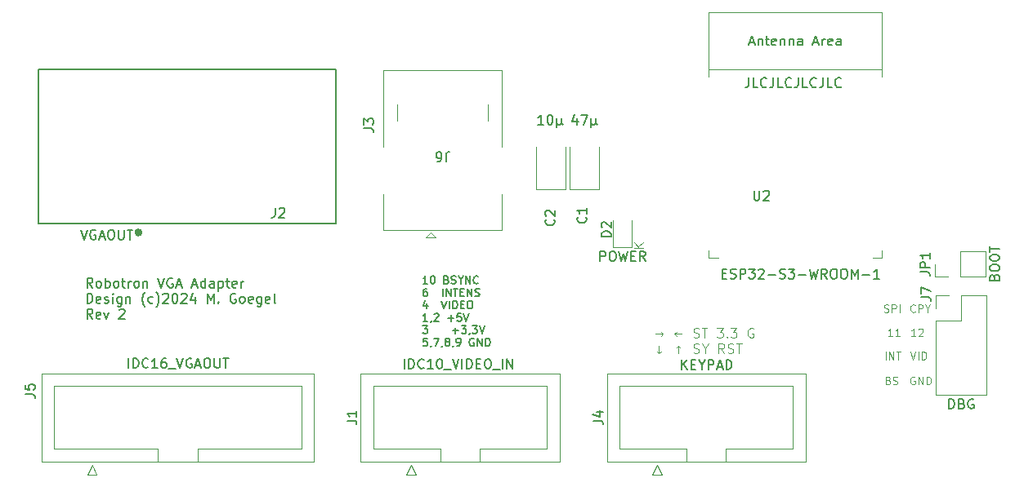
<source format=gbr>
%TF.GenerationSoftware,KiCad,Pcbnew,8.0.4*%
%TF.CreationDate,2024-09-08T16:06:36+02:00*%
%TF.ProjectId,pc1715-esp32vga,70633137-3135-42d6-9573-703332766761,2*%
%TF.SameCoordinates,Original*%
%TF.FileFunction,Legend,Top*%
%TF.FilePolarity,Positive*%
%FSLAX46Y46*%
G04 Gerber Fmt 4.6, Leading zero omitted, Abs format (unit mm)*
G04 Created by KiCad (PCBNEW 8.0.4) date 2024-09-08 16:06:36*
%MOMM*%
%LPD*%
G01*
G04 APERTURE LIST*
%ADD10C,0.150000*%
%ADD11C,0.100000*%
%ADD12C,0.120000*%
%ADD13C,0.127000*%
%ADD14C,0.400000*%
G04 APERTURE END LIST*
D10*
X144172493Y-100969819D02*
X144172493Y-101684104D01*
X144172493Y-101684104D02*
X144124874Y-101826961D01*
X144124874Y-101826961D02*
X144029636Y-101922200D01*
X144029636Y-101922200D02*
X143886779Y-101969819D01*
X143886779Y-101969819D02*
X143791541Y-101969819D01*
X145124874Y-101969819D02*
X144648684Y-101969819D01*
X144648684Y-101969819D02*
X144648684Y-100969819D01*
X146029636Y-101874580D02*
X145982017Y-101922200D01*
X145982017Y-101922200D02*
X145839160Y-101969819D01*
X145839160Y-101969819D02*
X145743922Y-101969819D01*
X145743922Y-101969819D02*
X145601065Y-101922200D01*
X145601065Y-101922200D02*
X145505827Y-101826961D01*
X145505827Y-101826961D02*
X145458208Y-101731723D01*
X145458208Y-101731723D02*
X145410589Y-101541247D01*
X145410589Y-101541247D02*
X145410589Y-101398390D01*
X145410589Y-101398390D02*
X145458208Y-101207914D01*
X145458208Y-101207914D02*
X145505827Y-101112676D01*
X145505827Y-101112676D02*
X145601065Y-101017438D01*
X145601065Y-101017438D02*
X145743922Y-100969819D01*
X145743922Y-100969819D02*
X145839160Y-100969819D01*
X145839160Y-100969819D02*
X145982017Y-101017438D01*
X145982017Y-101017438D02*
X146029636Y-101065057D01*
X146743922Y-100969819D02*
X146743922Y-101684104D01*
X146743922Y-101684104D02*
X146696303Y-101826961D01*
X146696303Y-101826961D02*
X146601065Y-101922200D01*
X146601065Y-101922200D02*
X146458208Y-101969819D01*
X146458208Y-101969819D02*
X146362970Y-101969819D01*
X147696303Y-101969819D02*
X147220113Y-101969819D01*
X147220113Y-101969819D02*
X147220113Y-100969819D01*
X148601065Y-101874580D02*
X148553446Y-101922200D01*
X148553446Y-101922200D02*
X148410589Y-101969819D01*
X148410589Y-101969819D02*
X148315351Y-101969819D01*
X148315351Y-101969819D02*
X148172494Y-101922200D01*
X148172494Y-101922200D02*
X148077256Y-101826961D01*
X148077256Y-101826961D02*
X148029637Y-101731723D01*
X148029637Y-101731723D02*
X147982018Y-101541247D01*
X147982018Y-101541247D02*
X147982018Y-101398390D01*
X147982018Y-101398390D02*
X148029637Y-101207914D01*
X148029637Y-101207914D02*
X148077256Y-101112676D01*
X148077256Y-101112676D02*
X148172494Y-101017438D01*
X148172494Y-101017438D02*
X148315351Y-100969819D01*
X148315351Y-100969819D02*
X148410589Y-100969819D01*
X148410589Y-100969819D02*
X148553446Y-101017438D01*
X148553446Y-101017438D02*
X148601065Y-101065057D01*
X149315351Y-100969819D02*
X149315351Y-101684104D01*
X149315351Y-101684104D02*
X149267732Y-101826961D01*
X149267732Y-101826961D02*
X149172494Y-101922200D01*
X149172494Y-101922200D02*
X149029637Y-101969819D01*
X149029637Y-101969819D02*
X148934399Y-101969819D01*
X150267732Y-101969819D02*
X149791542Y-101969819D01*
X149791542Y-101969819D02*
X149791542Y-100969819D01*
X151172494Y-101874580D02*
X151124875Y-101922200D01*
X151124875Y-101922200D02*
X150982018Y-101969819D01*
X150982018Y-101969819D02*
X150886780Y-101969819D01*
X150886780Y-101969819D02*
X150743923Y-101922200D01*
X150743923Y-101922200D02*
X150648685Y-101826961D01*
X150648685Y-101826961D02*
X150601066Y-101731723D01*
X150601066Y-101731723D02*
X150553447Y-101541247D01*
X150553447Y-101541247D02*
X150553447Y-101398390D01*
X150553447Y-101398390D02*
X150601066Y-101207914D01*
X150601066Y-101207914D02*
X150648685Y-101112676D01*
X150648685Y-101112676D02*
X150743923Y-101017438D01*
X150743923Y-101017438D02*
X150886780Y-100969819D01*
X150886780Y-100969819D02*
X150982018Y-100969819D01*
X150982018Y-100969819D02*
X151124875Y-101017438D01*
X151124875Y-101017438D02*
X151172494Y-101065057D01*
X151886780Y-100969819D02*
X151886780Y-101684104D01*
X151886780Y-101684104D02*
X151839161Y-101826961D01*
X151839161Y-101826961D02*
X151743923Y-101922200D01*
X151743923Y-101922200D02*
X151601066Y-101969819D01*
X151601066Y-101969819D02*
X151505828Y-101969819D01*
X152839161Y-101969819D02*
X152362971Y-101969819D01*
X152362971Y-101969819D02*
X152362971Y-100969819D01*
X153743923Y-101874580D02*
X153696304Y-101922200D01*
X153696304Y-101922200D02*
X153553447Y-101969819D01*
X153553447Y-101969819D02*
X153458209Y-101969819D01*
X153458209Y-101969819D02*
X153315352Y-101922200D01*
X153315352Y-101922200D02*
X153220114Y-101826961D01*
X153220114Y-101826961D02*
X153172495Y-101731723D01*
X153172495Y-101731723D02*
X153124876Y-101541247D01*
X153124876Y-101541247D02*
X153124876Y-101398390D01*
X153124876Y-101398390D02*
X153172495Y-101207914D01*
X153172495Y-101207914D02*
X153220114Y-101112676D01*
X153220114Y-101112676D02*
X153315352Y-101017438D01*
X153315352Y-101017438D02*
X153458209Y-100969819D01*
X153458209Y-100969819D02*
X153553447Y-100969819D01*
X153553447Y-100969819D02*
X153696304Y-101017438D01*
X153696304Y-101017438D02*
X153743923Y-101065057D01*
D11*
X133272419Y-118596115D02*
X132272419Y-118596115D01*
X133272419Y-118024687D02*
X132700990Y-118453258D01*
X132272419Y-118024687D02*
X132843847Y-118596115D01*
X161413408Y-125220704D02*
X161375312Y-125258800D01*
X161375312Y-125258800D02*
X161261027Y-125296895D01*
X161261027Y-125296895D02*
X161184836Y-125296895D01*
X161184836Y-125296895D02*
X161070550Y-125258800D01*
X161070550Y-125258800D02*
X160994360Y-125182609D01*
X160994360Y-125182609D02*
X160956265Y-125106419D01*
X160956265Y-125106419D02*
X160918169Y-124954038D01*
X160918169Y-124954038D02*
X160918169Y-124839752D01*
X160918169Y-124839752D02*
X160956265Y-124687371D01*
X160956265Y-124687371D02*
X160994360Y-124611180D01*
X160994360Y-124611180D02*
X161070550Y-124534990D01*
X161070550Y-124534990D02*
X161184836Y-124496895D01*
X161184836Y-124496895D02*
X161261027Y-124496895D01*
X161261027Y-124496895D02*
X161375312Y-124534990D01*
X161375312Y-124534990D02*
X161413408Y-124573085D01*
X161756265Y-125296895D02*
X161756265Y-124496895D01*
X161756265Y-124496895D02*
X162061027Y-124496895D01*
X162061027Y-124496895D02*
X162137217Y-124534990D01*
X162137217Y-124534990D02*
X162175312Y-124573085D01*
X162175312Y-124573085D02*
X162213408Y-124649276D01*
X162213408Y-124649276D02*
X162213408Y-124763561D01*
X162213408Y-124763561D02*
X162175312Y-124839752D01*
X162175312Y-124839752D02*
X162137217Y-124877847D01*
X162137217Y-124877847D02*
X162061027Y-124915942D01*
X162061027Y-124915942D02*
X161756265Y-124915942D01*
X162708646Y-124915942D02*
X162708646Y-125296895D01*
X162441979Y-124496895D02*
X162708646Y-124915942D01*
X162708646Y-124915942D02*
X162975312Y-124496895D01*
X158356265Y-130196895D02*
X158356265Y-129396895D01*
X158737217Y-130196895D02*
X158737217Y-129396895D01*
X158737217Y-129396895D02*
X159194360Y-130196895D01*
X159194360Y-130196895D02*
X159194360Y-129396895D01*
X159461026Y-129396895D02*
X159918169Y-129396895D01*
X159689597Y-130196895D02*
X159689597Y-129396895D01*
X158218169Y-125258800D02*
X158332455Y-125296895D01*
X158332455Y-125296895D02*
X158522931Y-125296895D01*
X158522931Y-125296895D02*
X158599122Y-125258800D01*
X158599122Y-125258800D02*
X158637217Y-125220704D01*
X158637217Y-125220704D02*
X158675312Y-125144514D01*
X158675312Y-125144514D02*
X158675312Y-125068323D01*
X158675312Y-125068323D02*
X158637217Y-124992133D01*
X158637217Y-124992133D02*
X158599122Y-124954038D01*
X158599122Y-124954038D02*
X158522931Y-124915942D01*
X158522931Y-124915942D02*
X158370550Y-124877847D01*
X158370550Y-124877847D02*
X158294360Y-124839752D01*
X158294360Y-124839752D02*
X158256265Y-124801657D01*
X158256265Y-124801657D02*
X158218169Y-124725466D01*
X158218169Y-124725466D02*
X158218169Y-124649276D01*
X158218169Y-124649276D02*
X158256265Y-124573085D01*
X158256265Y-124573085D02*
X158294360Y-124534990D01*
X158294360Y-124534990D02*
X158370550Y-124496895D01*
X158370550Y-124496895D02*
X158561027Y-124496895D01*
X158561027Y-124496895D02*
X158675312Y-124534990D01*
X159018170Y-125296895D02*
X159018170Y-124496895D01*
X159018170Y-124496895D02*
X159322932Y-124496895D01*
X159322932Y-124496895D02*
X159399122Y-124534990D01*
X159399122Y-124534990D02*
X159437217Y-124573085D01*
X159437217Y-124573085D02*
X159475313Y-124649276D01*
X159475313Y-124649276D02*
X159475313Y-124763561D01*
X159475313Y-124763561D02*
X159437217Y-124839752D01*
X159437217Y-124839752D02*
X159399122Y-124877847D01*
X159399122Y-124877847D02*
X159322932Y-124915942D01*
X159322932Y-124915942D02*
X159018170Y-124915942D01*
X159818170Y-125296895D02*
X159818170Y-124496895D01*
X161375312Y-132034990D02*
X161299122Y-131996895D01*
X161299122Y-131996895D02*
X161184836Y-131996895D01*
X161184836Y-131996895D02*
X161070550Y-132034990D01*
X161070550Y-132034990D02*
X160994360Y-132111180D01*
X160994360Y-132111180D02*
X160956265Y-132187371D01*
X160956265Y-132187371D02*
X160918169Y-132339752D01*
X160918169Y-132339752D02*
X160918169Y-132454038D01*
X160918169Y-132454038D02*
X160956265Y-132606419D01*
X160956265Y-132606419D02*
X160994360Y-132682609D01*
X160994360Y-132682609D02*
X161070550Y-132758800D01*
X161070550Y-132758800D02*
X161184836Y-132796895D01*
X161184836Y-132796895D02*
X161261027Y-132796895D01*
X161261027Y-132796895D02*
X161375312Y-132758800D01*
X161375312Y-132758800D02*
X161413408Y-132720704D01*
X161413408Y-132720704D02*
X161413408Y-132454038D01*
X161413408Y-132454038D02*
X161261027Y-132454038D01*
X161756265Y-132796895D02*
X161756265Y-131996895D01*
X161756265Y-131996895D02*
X162213408Y-132796895D01*
X162213408Y-132796895D02*
X162213408Y-131996895D01*
X162594360Y-132796895D02*
X162594360Y-131996895D01*
X162594360Y-131996895D02*
X162784836Y-131996895D01*
X162784836Y-131996895D02*
X162899122Y-132034990D01*
X162899122Y-132034990D02*
X162975312Y-132111180D01*
X162975312Y-132111180D02*
X163013407Y-132187371D01*
X163013407Y-132187371D02*
X163051503Y-132339752D01*
X163051503Y-132339752D02*
X163051503Y-132454038D01*
X163051503Y-132454038D02*
X163013407Y-132606419D01*
X163013407Y-132606419D02*
X162975312Y-132682609D01*
X162975312Y-132682609D02*
X162899122Y-132758800D01*
X162899122Y-132758800D02*
X162784836Y-132796895D01*
X162784836Y-132796895D02*
X162594360Y-132796895D01*
X160941979Y-129396895D02*
X161208646Y-130196895D01*
X161208646Y-130196895D02*
X161475312Y-129396895D01*
X161741979Y-130196895D02*
X161741979Y-129396895D01*
X162122931Y-130196895D02*
X162122931Y-129396895D01*
X162122931Y-129396895D02*
X162313407Y-129396895D01*
X162313407Y-129396895D02*
X162427693Y-129434990D01*
X162427693Y-129434990D02*
X162503883Y-129511180D01*
X162503883Y-129511180D02*
X162541978Y-129587371D01*
X162541978Y-129587371D02*
X162580074Y-129739752D01*
X162580074Y-129739752D02*
X162580074Y-129854038D01*
X162580074Y-129854038D02*
X162541978Y-130006419D01*
X162541978Y-130006419D02*
X162503883Y-130082609D01*
X162503883Y-130082609D02*
X162427693Y-130158800D01*
X162427693Y-130158800D02*
X162313407Y-130196895D01*
X162313407Y-130196895D02*
X162122931Y-130196895D01*
D10*
X76208207Y-122749931D02*
X75874874Y-122273740D01*
X75636779Y-122749931D02*
X75636779Y-121749931D01*
X75636779Y-121749931D02*
X76017731Y-121749931D01*
X76017731Y-121749931D02*
X76112969Y-121797550D01*
X76112969Y-121797550D02*
X76160588Y-121845169D01*
X76160588Y-121845169D02*
X76208207Y-121940407D01*
X76208207Y-121940407D02*
X76208207Y-122083264D01*
X76208207Y-122083264D02*
X76160588Y-122178502D01*
X76160588Y-122178502D02*
X76112969Y-122226121D01*
X76112969Y-122226121D02*
X76017731Y-122273740D01*
X76017731Y-122273740D02*
X75636779Y-122273740D01*
X76779636Y-122749931D02*
X76684398Y-122702312D01*
X76684398Y-122702312D02*
X76636779Y-122654692D01*
X76636779Y-122654692D02*
X76589160Y-122559454D01*
X76589160Y-122559454D02*
X76589160Y-122273740D01*
X76589160Y-122273740D02*
X76636779Y-122178502D01*
X76636779Y-122178502D02*
X76684398Y-122130883D01*
X76684398Y-122130883D02*
X76779636Y-122083264D01*
X76779636Y-122083264D02*
X76922493Y-122083264D01*
X76922493Y-122083264D02*
X77017731Y-122130883D01*
X77017731Y-122130883D02*
X77065350Y-122178502D01*
X77065350Y-122178502D02*
X77112969Y-122273740D01*
X77112969Y-122273740D02*
X77112969Y-122559454D01*
X77112969Y-122559454D02*
X77065350Y-122654692D01*
X77065350Y-122654692D02*
X77017731Y-122702312D01*
X77017731Y-122702312D02*
X76922493Y-122749931D01*
X76922493Y-122749931D02*
X76779636Y-122749931D01*
X77541541Y-122749931D02*
X77541541Y-121749931D01*
X77541541Y-122130883D02*
X77636779Y-122083264D01*
X77636779Y-122083264D02*
X77827255Y-122083264D01*
X77827255Y-122083264D02*
X77922493Y-122130883D01*
X77922493Y-122130883D02*
X77970112Y-122178502D01*
X77970112Y-122178502D02*
X78017731Y-122273740D01*
X78017731Y-122273740D02*
X78017731Y-122559454D01*
X78017731Y-122559454D02*
X77970112Y-122654692D01*
X77970112Y-122654692D02*
X77922493Y-122702312D01*
X77922493Y-122702312D02*
X77827255Y-122749931D01*
X77827255Y-122749931D02*
X77636779Y-122749931D01*
X77636779Y-122749931D02*
X77541541Y-122702312D01*
X78589160Y-122749931D02*
X78493922Y-122702312D01*
X78493922Y-122702312D02*
X78446303Y-122654692D01*
X78446303Y-122654692D02*
X78398684Y-122559454D01*
X78398684Y-122559454D02*
X78398684Y-122273740D01*
X78398684Y-122273740D02*
X78446303Y-122178502D01*
X78446303Y-122178502D02*
X78493922Y-122130883D01*
X78493922Y-122130883D02*
X78589160Y-122083264D01*
X78589160Y-122083264D02*
X78732017Y-122083264D01*
X78732017Y-122083264D02*
X78827255Y-122130883D01*
X78827255Y-122130883D02*
X78874874Y-122178502D01*
X78874874Y-122178502D02*
X78922493Y-122273740D01*
X78922493Y-122273740D02*
X78922493Y-122559454D01*
X78922493Y-122559454D02*
X78874874Y-122654692D01*
X78874874Y-122654692D02*
X78827255Y-122702312D01*
X78827255Y-122702312D02*
X78732017Y-122749931D01*
X78732017Y-122749931D02*
X78589160Y-122749931D01*
X79208208Y-122083264D02*
X79589160Y-122083264D01*
X79351065Y-121749931D02*
X79351065Y-122607073D01*
X79351065Y-122607073D02*
X79398684Y-122702312D01*
X79398684Y-122702312D02*
X79493922Y-122749931D01*
X79493922Y-122749931D02*
X79589160Y-122749931D01*
X79922494Y-122749931D02*
X79922494Y-122083264D01*
X79922494Y-122273740D02*
X79970113Y-122178502D01*
X79970113Y-122178502D02*
X80017732Y-122130883D01*
X80017732Y-122130883D02*
X80112970Y-122083264D01*
X80112970Y-122083264D02*
X80208208Y-122083264D01*
X80684399Y-122749931D02*
X80589161Y-122702312D01*
X80589161Y-122702312D02*
X80541542Y-122654692D01*
X80541542Y-122654692D02*
X80493923Y-122559454D01*
X80493923Y-122559454D02*
X80493923Y-122273740D01*
X80493923Y-122273740D02*
X80541542Y-122178502D01*
X80541542Y-122178502D02*
X80589161Y-122130883D01*
X80589161Y-122130883D02*
X80684399Y-122083264D01*
X80684399Y-122083264D02*
X80827256Y-122083264D01*
X80827256Y-122083264D02*
X80922494Y-122130883D01*
X80922494Y-122130883D02*
X80970113Y-122178502D01*
X80970113Y-122178502D02*
X81017732Y-122273740D01*
X81017732Y-122273740D02*
X81017732Y-122559454D01*
X81017732Y-122559454D02*
X80970113Y-122654692D01*
X80970113Y-122654692D02*
X80922494Y-122702312D01*
X80922494Y-122702312D02*
X80827256Y-122749931D01*
X80827256Y-122749931D02*
X80684399Y-122749931D01*
X81446304Y-122083264D02*
X81446304Y-122749931D01*
X81446304Y-122178502D02*
X81493923Y-122130883D01*
X81493923Y-122130883D02*
X81589161Y-122083264D01*
X81589161Y-122083264D02*
X81732018Y-122083264D01*
X81732018Y-122083264D02*
X81827256Y-122130883D01*
X81827256Y-122130883D02*
X81874875Y-122226121D01*
X81874875Y-122226121D02*
X81874875Y-122749931D01*
X82970114Y-121749931D02*
X83303447Y-122749931D01*
X83303447Y-122749931D02*
X83636780Y-121749931D01*
X84493923Y-121797550D02*
X84398685Y-121749931D01*
X84398685Y-121749931D02*
X84255828Y-121749931D01*
X84255828Y-121749931D02*
X84112971Y-121797550D01*
X84112971Y-121797550D02*
X84017733Y-121892788D01*
X84017733Y-121892788D02*
X83970114Y-121988026D01*
X83970114Y-121988026D02*
X83922495Y-122178502D01*
X83922495Y-122178502D02*
X83922495Y-122321359D01*
X83922495Y-122321359D02*
X83970114Y-122511835D01*
X83970114Y-122511835D02*
X84017733Y-122607073D01*
X84017733Y-122607073D02*
X84112971Y-122702312D01*
X84112971Y-122702312D02*
X84255828Y-122749931D01*
X84255828Y-122749931D02*
X84351066Y-122749931D01*
X84351066Y-122749931D02*
X84493923Y-122702312D01*
X84493923Y-122702312D02*
X84541542Y-122654692D01*
X84541542Y-122654692D02*
X84541542Y-122321359D01*
X84541542Y-122321359D02*
X84351066Y-122321359D01*
X84922495Y-122464216D02*
X85398685Y-122464216D01*
X84827257Y-122749931D02*
X85160590Y-121749931D01*
X85160590Y-121749931D02*
X85493923Y-122749931D01*
X86541543Y-122464216D02*
X87017733Y-122464216D01*
X86446305Y-122749931D02*
X86779638Y-121749931D01*
X86779638Y-121749931D02*
X87112971Y-122749931D01*
X87874876Y-122749931D02*
X87874876Y-121749931D01*
X87874876Y-122702312D02*
X87779638Y-122749931D01*
X87779638Y-122749931D02*
X87589162Y-122749931D01*
X87589162Y-122749931D02*
X87493924Y-122702312D01*
X87493924Y-122702312D02*
X87446305Y-122654692D01*
X87446305Y-122654692D02*
X87398686Y-122559454D01*
X87398686Y-122559454D02*
X87398686Y-122273740D01*
X87398686Y-122273740D02*
X87446305Y-122178502D01*
X87446305Y-122178502D02*
X87493924Y-122130883D01*
X87493924Y-122130883D02*
X87589162Y-122083264D01*
X87589162Y-122083264D02*
X87779638Y-122083264D01*
X87779638Y-122083264D02*
X87874876Y-122130883D01*
X88779638Y-122749931D02*
X88779638Y-122226121D01*
X88779638Y-122226121D02*
X88732019Y-122130883D01*
X88732019Y-122130883D02*
X88636781Y-122083264D01*
X88636781Y-122083264D02*
X88446305Y-122083264D01*
X88446305Y-122083264D02*
X88351067Y-122130883D01*
X88779638Y-122702312D02*
X88684400Y-122749931D01*
X88684400Y-122749931D02*
X88446305Y-122749931D01*
X88446305Y-122749931D02*
X88351067Y-122702312D01*
X88351067Y-122702312D02*
X88303448Y-122607073D01*
X88303448Y-122607073D02*
X88303448Y-122511835D01*
X88303448Y-122511835D02*
X88351067Y-122416597D01*
X88351067Y-122416597D02*
X88446305Y-122368978D01*
X88446305Y-122368978D02*
X88684400Y-122368978D01*
X88684400Y-122368978D02*
X88779638Y-122321359D01*
X89255829Y-122083264D02*
X89255829Y-123083264D01*
X89255829Y-122130883D02*
X89351067Y-122083264D01*
X89351067Y-122083264D02*
X89541543Y-122083264D01*
X89541543Y-122083264D02*
X89636781Y-122130883D01*
X89636781Y-122130883D02*
X89684400Y-122178502D01*
X89684400Y-122178502D02*
X89732019Y-122273740D01*
X89732019Y-122273740D02*
X89732019Y-122559454D01*
X89732019Y-122559454D02*
X89684400Y-122654692D01*
X89684400Y-122654692D02*
X89636781Y-122702312D01*
X89636781Y-122702312D02*
X89541543Y-122749931D01*
X89541543Y-122749931D02*
X89351067Y-122749931D01*
X89351067Y-122749931D02*
X89255829Y-122702312D01*
X90017734Y-122083264D02*
X90398686Y-122083264D01*
X90160591Y-121749931D02*
X90160591Y-122607073D01*
X90160591Y-122607073D02*
X90208210Y-122702312D01*
X90208210Y-122702312D02*
X90303448Y-122749931D01*
X90303448Y-122749931D02*
X90398686Y-122749931D01*
X91112972Y-122702312D02*
X91017734Y-122749931D01*
X91017734Y-122749931D02*
X90827258Y-122749931D01*
X90827258Y-122749931D02*
X90732020Y-122702312D01*
X90732020Y-122702312D02*
X90684401Y-122607073D01*
X90684401Y-122607073D02*
X90684401Y-122226121D01*
X90684401Y-122226121D02*
X90732020Y-122130883D01*
X90732020Y-122130883D02*
X90827258Y-122083264D01*
X90827258Y-122083264D02*
X91017734Y-122083264D01*
X91017734Y-122083264D02*
X91112972Y-122130883D01*
X91112972Y-122130883D02*
X91160591Y-122226121D01*
X91160591Y-122226121D02*
X91160591Y-122321359D01*
X91160591Y-122321359D02*
X90684401Y-122416597D01*
X91589163Y-122749931D02*
X91589163Y-122083264D01*
X91589163Y-122273740D02*
X91636782Y-122178502D01*
X91636782Y-122178502D02*
X91684401Y-122130883D01*
X91684401Y-122130883D02*
X91779639Y-122083264D01*
X91779639Y-122083264D02*
X91874877Y-122083264D01*
X75636779Y-124359875D02*
X75636779Y-123359875D01*
X75636779Y-123359875D02*
X75874874Y-123359875D01*
X75874874Y-123359875D02*
X76017731Y-123407494D01*
X76017731Y-123407494D02*
X76112969Y-123502732D01*
X76112969Y-123502732D02*
X76160588Y-123597970D01*
X76160588Y-123597970D02*
X76208207Y-123788446D01*
X76208207Y-123788446D02*
X76208207Y-123931303D01*
X76208207Y-123931303D02*
X76160588Y-124121779D01*
X76160588Y-124121779D02*
X76112969Y-124217017D01*
X76112969Y-124217017D02*
X76017731Y-124312256D01*
X76017731Y-124312256D02*
X75874874Y-124359875D01*
X75874874Y-124359875D02*
X75636779Y-124359875D01*
X77017731Y-124312256D02*
X76922493Y-124359875D01*
X76922493Y-124359875D02*
X76732017Y-124359875D01*
X76732017Y-124359875D02*
X76636779Y-124312256D01*
X76636779Y-124312256D02*
X76589160Y-124217017D01*
X76589160Y-124217017D02*
X76589160Y-123836065D01*
X76589160Y-123836065D02*
X76636779Y-123740827D01*
X76636779Y-123740827D02*
X76732017Y-123693208D01*
X76732017Y-123693208D02*
X76922493Y-123693208D01*
X76922493Y-123693208D02*
X77017731Y-123740827D01*
X77017731Y-123740827D02*
X77065350Y-123836065D01*
X77065350Y-123836065D02*
X77065350Y-123931303D01*
X77065350Y-123931303D02*
X76589160Y-124026541D01*
X77446303Y-124312256D02*
X77541541Y-124359875D01*
X77541541Y-124359875D02*
X77732017Y-124359875D01*
X77732017Y-124359875D02*
X77827255Y-124312256D01*
X77827255Y-124312256D02*
X77874874Y-124217017D01*
X77874874Y-124217017D02*
X77874874Y-124169398D01*
X77874874Y-124169398D02*
X77827255Y-124074160D01*
X77827255Y-124074160D02*
X77732017Y-124026541D01*
X77732017Y-124026541D02*
X77589160Y-124026541D01*
X77589160Y-124026541D02*
X77493922Y-123978922D01*
X77493922Y-123978922D02*
X77446303Y-123883684D01*
X77446303Y-123883684D02*
X77446303Y-123836065D01*
X77446303Y-123836065D02*
X77493922Y-123740827D01*
X77493922Y-123740827D02*
X77589160Y-123693208D01*
X77589160Y-123693208D02*
X77732017Y-123693208D01*
X77732017Y-123693208D02*
X77827255Y-123740827D01*
X78303446Y-124359875D02*
X78303446Y-123693208D01*
X78303446Y-123359875D02*
X78255827Y-123407494D01*
X78255827Y-123407494D02*
X78303446Y-123455113D01*
X78303446Y-123455113D02*
X78351065Y-123407494D01*
X78351065Y-123407494D02*
X78303446Y-123359875D01*
X78303446Y-123359875D02*
X78303446Y-123455113D01*
X79208207Y-123693208D02*
X79208207Y-124502732D01*
X79208207Y-124502732D02*
X79160588Y-124597970D01*
X79160588Y-124597970D02*
X79112969Y-124645589D01*
X79112969Y-124645589D02*
X79017731Y-124693208D01*
X79017731Y-124693208D02*
X78874874Y-124693208D01*
X78874874Y-124693208D02*
X78779636Y-124645589D01*
X79208207Y-124312256D02*
X79112969Y-124359875D01*
X79112969Y-124359875D02*
X78922493Y-124359875D01*
X78922493Y-124359875D02*
X78827255Y-124312256D01*
X78827255Y-124312256D02*
X78779636Y-124264636D01*
X78779636Y-124264636D02*
X78732017Y-124169398D01*
X78732017Y-124169398D02*
X78732017Y-123883684D01*
X78732017Y-123883684D02*
X78779636Y-123788446D01*
X78779636Y-123788446D02*
X78827255Y-123740827D01*
X78827255Y-123740827D02*
X78922493Y-123693208D01*
X78922493Y-123693208D02*
X79112969Y-123693208D01*
X79112969Y-123693208D02*
X79208207Y-123740827D01*
X79684398Y-123693208D02*
X79684398Y-124359875D01*
X79684398Y-123788446D02*
X79732017Y-123740827D01*
X79732017Y-123740827D02*
X79827255Y-123693208D01*
X79827255Y-123693208D02*
X79970112Y-123693208D01*
X79970112Y-123693208D02*
X80065350Y-123740827D01*
X80065350Y-123740827D02*
X80112969Y-123836065D01*
X80112969Y-123836065D02*
X80112969Y-124359875D01*
X81636779Y-124740827D02*
X81589160Y-124693208D01*
X81589160Y-124693208D02*
X81493922Y-124550351D01*
X81493922Y-124550351D02*
X81446303Y-124455113D01*
X81446303Y-124455113D02*
X81398684Y-124312256D01*
X81398684Y-124312256D02*
X81351065Y-124074160D01*
X81351065Y-124074160D02*
X81351065Y-123883684D01*
X81351065Y-123883684D02*
X81398684Y-123645589D01*
X81398684Y-123645589D02*
X81446303Y-123502732D01*
X81446303Y-123502732D02*
X81493922Y-123407494D01*
X81493922Y-123407494D02*
X81589160Y-123264636D01*
X81589160Y-123264636D02*
X81636779Y-123217017D01*
X82446303Y-124312256D02*
X82351065Y-124359875D01*
X82351065Y-124359875D02*
X82160589Y-124359875D01*
X82160589Y-124359875D02*
X82065351Y-124312256D01*
X82065351Y-124312256D02*
X82017732Y-124264636D01*
X82017732Y-124264636D02*
X81970113Y-124169398D01*
X81970113Y-124169398D02*
X81970113Y-123883684D01*
X81970113Y-123883684D02*
X82017732Y-123788446D01*
X82017732Y-123788446D02*
X82065351Y-123740827D01*
X82065351Y-123740827D02*
X82160589Y-123693208D01*
X82160589Y-123693208D02*
X82351065Y-123693208D01*
X82351065Y-123693208D02*
X82446303Y-123740827D01*
X82779637Y-124740827D02*
X82827256Y-124693208D01*
X82827256Y-124693208D02*
X82922494Y-124550351D01*
X82922494Y-124550351D02*
X82970113Y-124455113D01*
X82970113Y-124455113D02*
X83017732Y-124312256D01*
X83017732Y-124312256D02*
X83065351Y-124074160D01*
X83065351Y-124074160D02*
X83065351Y-123883684D01*
X83065351Y-123883684D02*
X83017732Y-123645589D01*
X83017732Y-123645589D02*
X82970113Y-123502732D01*
X82970113Y-123502732D02*
X82922494Y-123407494D01*
X82922494Y-123407494D02*
X82827256Y-123264636D01*
X82827256Y-123264636D02*
X82779637Y-123217017D01*
X83493923Y-123455113D02*
X83541542Y-123407494D01*
X83541542Y-123407494D02*
X83636780Y-123359875D01*
X83636780Y-123359875D02*
X83874875Y-123359875D01*
X83874875Y-123359875D02*
X83970113Y-123407494D01*
X83970113Y-123407494D02*
X84017732Y-123455113D01*
X84017732Y-123455113D02*
X84065351Y-123550351D01*
X84065351Y-123550351D02*
X84065351Y-123645589D01*
X84065351Y-123645589D02*
X84017732Y-123788446D01*
X84017732Y-123788446D02*
X83446304Y-124359875D01*
X83446304Y-124359875D02*
X84065351Y-124359875D01*
X84684399Y-123359875D02*
X84779637Y-123359875D01*
X84779637Y-123359875D02*
X84874875Y-123407494D01*
X84874875Y-123407494D02*
X84922494Y-123455113D01*
X84922494Y-123455113D02*
X84970113Y-123550351D01*
X84970113Y-123550351D02*
X85017732Y-123740827D01*
X85017732Y-123740827D02*
X85017732Y-123978922D01*
X85017732Y-123978922D02*
X84970113Y-124169398D01*
X84970113Y-124169398D02*
X84922494Y-124264636D01*
X84922494Y-124264636D02*
X84874875Y-124312256D01*
X84874875Y-124312256D02*
X84779637Y-124359875D01*
X84779637Y-124359875D02*
X84684399Y-124359875D01*
X84684399Y-124359875D02*
X84589161Y-124312256D01*
X84589161Y-124312256D02*
X84541542Y-124264636D01*
X84541542Y-124264636D02*
X84493923Y-124169398D01*
X84493923Y-124169398D02*
X84446304Y-123978922D01*
X84446304Y-123978922D02*
X84446304Y-123740827D01*
X84446304Y-123740827D02*
X84493923Y-123550351D01*
X84493923Y-123550351D02*
X84541542Y-123455113D01*
X84541542Y-123455113D02*
X84589161Y-123407494D01*
X84589161Y-123407494D02*
X84684399Y-123359875D01*
X85398685Y-123455113D02*
X85446304Y-123407494D01*
X85446304Y-123407494D02*
X85541542Y-123359875D01*
X85541542Y-123359875D02*
X85779637Y-123359875D01*
X85779637Y-123359875D02*
X85874875Y-123407494D01*
X85874875Y-123407494D02*
X85922494Y-123455113D01*
X85922494Y-123455113D02*
X85970113Y-123550351D01*
X85970113Y-123550351D02*
X85970113Y-123645589D01*
X85970113Y-123645589D02*
X85922494Y-123788446D01*
X85922494Y-123788446D02*
X85351066Y-124359875D01*
X85351066Y-124359875D02*
X85970113Y-124359875D01*
X86827256Y-123693208D02*
X86827256Y-124359875D01*
X86589161Y-123312256D02*
X86351066Y-124026541D01*
X86351066Y-124026541D02*
X86970113Y-124026541D01*
X88112971Y-124359875D02*
X88112971Y-123359875D01*
X88112971Y-123359875D02*
X88446304Y-124074160D01*
X88446304Y-124074160D02*
X88779637Y-123359875D01*
X88779637Y-123359875D02*
X88779637Y-124359875D01*
X89255828Y-124264636D02*
X89303447Y-124312256D01*
X89303447Y-124312256D02*
X89255828Y-124359875D01*
X89255828Y-124359875D02*
X89208209Y-124312256D01*
X89208209Y-124312256D02*
X89255828Y-124264636D01*
X89255828Y-124264636D02*
X89255828Y-124359875D01*
X91017732Y-123407494D02*
X90922494Y-123359875D01*
X90922494Y-123359875D02*
X90779637Y-123359875D01*
X90779637Y-123359875D02*
X90636780Y-123407494D01*
X90636780Y-123407494D02*
X90541542Y-123502732D01*
X90541542Y-123502732D02*
X90493923Y-123597970D01*
X90493923Y-123597970D02*
X90446304Y-123788446D01*
X90446304Y-123788446D02*
X90446304Y-123931303D01*
X90446304Y-123931303D02*
X90493923Y-124121779D01*
X90493923Y-124121779D02*
X90541542Y-124217017D01*
X90541542Y-124217017D02*
X90636780Y-124312256D01*
X90636780Y-124312256D02*
X90779637Y-124359875D01*
X90779637Y-124359875D02*
X90874875Y-124359875D01*
X90874875Y-124359875D02*
X91017732Y-124312256D01*
X91017732Y-124312256D02*
X91065351Y-124264636D01*
X91065351Y-124264636D02*
X91065351Y-123931303D01*
X91065351Y-123931303D02*
X90874875Y-123931303D01*
X91636780Y-124359875D02*
X91541542Y-124312256D01*
X91541542Y-124312256D02*
X91493923Y-124264636D01*
X91493923Y-124264636D02*
X91446304Y-124169398D01*
X91446304Y-124169398D02*
X91446304Y-123883684D01*
X91446304Y-123883684D02*
X91493923Y-123788446D01*
X91493923Y-123788446D02*
X91541542Y-123740827D01*
X91541542Y-123740827D02*
X91636780Y-123693208D01*
X91636780Y-123693208D02*
X91779637Y-123693208D01*
X91779637Y-123693208D02*
X91874875Y-123740827D01*
X91874875Y-123740827D02*
X91922494Y-123788446D01*
X91922494Y-123788446D02*
X91970113Y-123883684D01*
X91970113Y-123883684D02*
X91970113Y-124169398D01*
X91970113Y-124169398D02*
X91922494Y-124264636D01*
X91922494Y-124264636D02*
X91874875Y-124312256D01*
X91874875Y-124312256D02*
X91779637Y-124359875D01*
X91779637Y-124359875D02*
X91636780Y-124359875D01*
X92779637Y-124312256D02*
X92684399Y-124359875D01*
X92684399Y-124359875D02*
X92493923Y-124359875D01*
X92493923Y-124359875D02*
X92398685Y-124312256D01*
X92398685Y-124312256D02*
X92351066Y-124217017D01*
X92351066Y-124217017D02*
X92351066Y-123836065D01*
X92351066Y-123836065D02*
X92398685Y-123740827D01*
X92398685Y-123740827D02*
X92493923Y-123693208D01*
X92493923Y-123693208D02*
X92684399Y-123693208D01*
X92684399Y-123693208D02*
X92779637Y-123740827D01*
X92779637Y-123740827D02*
X92827256Y-123836065D01*
X92827256Y-123836065D02*
X92827256Y-123931303D01*
X92827256Y-123931303D02*
X92351066Y-124026541D01*
X93684399Y-123693208D02*
X93684399Y-124502732D01*
X93684399Y-124502732D02*
X93636780Y-124597970D01*
X93636780Y-124597970D02*
X93589161Y-124645589D01*
X93589161Y-124645589D02*
X93493923Y-124693208D01*
X93493923Y-124693208D02*
X93351066Y-124693208D01*
X93351066Y-124693208D02*
X93255828Y-124645589D01*
X93684399Y-124312256D02*
X93589161Y-124359875D01*
X93589161Y-124359875D02*
X93398685Y-124359875D01*
X93398685Y-124359875D02*
X93303447Y-124312256D01*
X93303447Y-124312256D02*
X93255828Y-124264636D01*
X93255828Y-124264636D02*
X93208209Y-124169398D01*
X93208209Y-124169398D02*
X93208209Y-123883684D01*
X93208209Y-123883684D02*
X93255828Y-123788446D01*
X93255828Y-123788446D02*
X93303447Y-123740827D01*
X93303447Y-123740827D02*
X93398685Y-123693208D01*
X93398685Y-123693208D02*
X93589161Y-123693208D01*
X93589161Y-123693208D02*
X93684399Y-123740827D01*
X94541542Y-124312256D02*
X94446304Y-124359875D01*
X94446304Y-124359875D02*
X94255828Y-124359875D01*
X94255828Y-124359875D02*
X94160590Y-124312256D01*
X94160590Y-124312256D02*
X94112971Y-124217017D01*
X94112971Y-124217017D02*
X94112971Y-123836065D01*
X94112971Y-123836065D02*
X94160590Y-123740827D01*
X94160590Y-123740827D02*
X94255828Y-123693208D01*
X94255828Y-123693208D02*
X94446304Y-123693208D01*
X94446304Y-123693208D02*
X94541542Y-123740827D01*
X94541542Y-123740827D02*
X94589161Y-123836065D01*
X94589161Y-123836065D02*
X94589161Y-123931303D01*
X94589161Y-123931303D02*
X94112971Y-124026541D01*
X95160590Y-124359875D02*
X95065352Y-124312256D01*
X95065352Y-124312256D02*
X95017733Y-124217017D01*
X95017733Y-124217017D02*
X95017733Y-123359875D01*
X76208207Y-125969819D02*
X75874874Y-125493628D01*
X75636779Y-125969819D02*
X75636779Y-124969819D01*
X75636779Y-124969819D02*
X76017731Y-124969819D01*
X76017731Y-124969819D02*
X76112969Y-125017438D01*
X76112969Y-125017438D02*
X76160588Y-125065057D01*
X76160588Y-125065057D02*
X76208207Y-125160295D01*
X76208207Y-125160295D02*
X76208207Y-125303152D01*
X76208207Y-125303152D02*
X76160588Y-125398390D01*
X76160588Y-125398390D02*
X76112969Y-125446009D01*
X76112969Y-125446009D02*
X76017731Y-125493628D01*
X76017731Y-125493628D02*
X75636779Y-125493628D01*
X77017731Y-125922200D02*
X76922493Y-125969819D01*
X76922493Y-125969819D02*
X76732017Y-125969819D01*
X76732017Y-125969819D02*
X76636779Y-125922200D01*
X76636779Y-125922200D02*
X76589160Y-125826961D01*
X76589160Y-125826961D02*
X76589160Y-125446009D01*
X76589160Y-125446009D02*
X76636779Y-125350771D01*
X76636779Y-125350771D02*
X76732017Y-125303152D01*
X76732017Y-125303152D02*
X76922493Y-125303152D01*
X76922493Y-125303152D02*
X77017731Y-125350771D01*
X77017731Y-125350771D02*
X77065350Y-125446009D01*
X77065350Y-125446009D02*
X77065350Y-125541247D01*
X77065350Y-125541247D02*
X76589160Y-125636485D01*
X77398684Y-125303152D02*
X77636779Y-125969819D01*
X77636779Y-125969819D02*
X77874874Y-125303152D01*
X78970113Y-125065057D02*
X79017732Y-125017438D01*
X79017732Y-125017438D02*
X79112970Y-124969819D01*
X79112970Y-124969819D02*
X79351065Y-124969819D01*
X79351065Y-124969819D02*
X79446303Y-125017438D01*
X79446303Y-125017438D02*
X79493922Y-125065057D01*
X79493922Y-125065057D02*
X79541541Y-125160295D01*
X79541541Y-125160295D02*
X79541541Y-125255533D01*
X79541541Y-125255533D02*
X79493922Y-125398390D01*
X79493922Y-125398390D02*
X78922494Y-125969819D01*
X78922494Y-125969819D02*
X79541541Y-125969819D01*
X110908207Y-122354520D02*
X110451064Y-122354520D01*
X110679636Y-122354520D02*
X110679636Y-121554520D01*
X110679636Y-121554520D02*
X110603445Y-121668805D01*
X110603445Y-121668805D02*
X110527255Y-121744996D01*
X110527255Y-121744996D02*
X110451064Y-121783091D01*
X111403446Y-121554520D02*
X111479636Y-121554520D01*
X111479636Y-121554520D02*
X111555827Y-121592615D01*
X111555827Y-121592615D02*
X111593922Y-121630710D01*
X111593922Y-121630710D02*
X111632017Y-121706901D01*
X111632017Y-121706901D02*
X111670112Y-121859282D01*
X111670112Y-121859282D02*
X111670112Y-122049758D01*
X111670112Y-122049758D02*
X111632017Y-122202139D01*
X111632017Y-122202139D02*
X111593922Y-122278329D01*
X111593922Y-122278329D02*
X111555827Y-122316425D01*
X111555827Y-122316425D02*
X111479636Y-122354520D01*
X111479636Y-122354520D02*
X111403446Y-122354520D01*
X111403446Y-122354520D02*
X111327255Y-122316425D01*
X111327255Y-122316425D02*
X111289160Y-122278329D01*
X111289160Y-122278329D02*
X111251065Y-122202139D01*
X111251065Y-122202139D02*
X111212969Y-122049758D01*
X111212969Y-122049758D02*
X111212969Y-121859282D01*
X111212969Y-121859282D02*
X111251065Y-121706901D01*
X111251065Y-121706901D02*
X111289160Y-121630710D01*
X111289160Y-121630710D02*
X111327255Y-121592615D01*
X111327255Y-121592615D02*
X111403446Y-121554520D01*
X112889160Y-121935472D02*
X113003446Y-121973567D01*
X113003446Y-121973567D02*
X113041541Y-122011663D01*
X113041541Y-122011663D02*
X113079637Y-122087853D01*
X113079637Y-122087853D02*
X113079637Y-122202139D01*
X113079637Y-122202139D02*
X113041541Y-122278329D01*
X113041541Y-122278329D02*
X113003446Y-122316425D01*
X113003446Y-122316425D02*
X112927256Y-122354520D01*
X112927256Y-122354520D02*
X112622494Y-122354520D01*
X112622494Y-122354520D02*
X112622494Y-121554520D01*
X112622494Y-121554520D02*
X112889160Y-121554520D01*
X112889160Y-121554520D02*
X112965351Y-121592615D01*
X112965351Y-121592615D02*
X113003446Y-121630710D01*
X113003446Y-121630710D02*
X113041541Y-121706901D01*
X113041541Y-121706901D02*
X113041541Y-121783091D01*
X113041541Y-121783091D02*
X113003446Y-121859282D01*
X113003446Y-121859282D02*
X112965351Y-121897377D01*
X112965351Y-121897377D02*
X112889160Y-121935472D01*
X112889160Y-121935472D02*
X112622494Y-121935472D01*
X113384398Y-122316425D02*
X113498684Y-122354520D01*
X113498684Y-122354520D02*
X113689160Y-122354520D01*
X113689160Y-122354520D02*
X113765351Y-122316425D01*
X113765351Y-122316425D02*
X113803446Y-122278329D01*
X113803446Y-122278329D02*
X113841541Y-122202139D01*
X113841541Y-122202139D02*
X113841541Y-122125948D01*
X113841541Y-122125948D02*
X113803446Y-122049758D01*
X113803446Y-122049758D02*
X113765351Y-122011663D01*
X113765351Y-122011663D02*
X113689160Y-121973567D01*
X113689160Y-121973567D02*
X113536779Y-121935472D01*
X113536779Y-121935472D02*
X113460589Y-121897377D01*
X113460589Y-121897377D02*
X113422494Y-121859282D01*
X113422494Y-121859282D02*
X113384398Y-121783091D01*
X113384398Y-121783091D02*
X113384398Y-121706901D01*
X113384398Y-121706901D02*
X113422494Y-121630710D01*
X113422494Y-121630710D02*
X113460589Y-121592615D01*
X113460589Y-121592615D02*
X113536779Y-121554520D01*
X113536779Y-121554520D02*
X113727256Y-121554520D01*
X113727256Y-121554520D02*
X113841541Y-121592615D01*
X114336780Y-121973567D02*
X114336780Y-122354520D01*
X114070113Y-121554520D02*
X114336780Y-121973567D01*
X114336780Y-121973567D02*
X114603446Y-121554520D01*
X114870113Y-122354520D02*
X114870113Y-121554520D01*
X114870113Y-121554520D02*
X115327256Y-122354520D01*
X115327256Y-122354520D02*
X115327256Y-121554520D01*
X116165351Y-122278329D02*
X116127255Y-122316425D01*
X116127255Y-122316425D02*
X116012970Y-122354520D01*
X116012970Y-122354520D02*
X115936779Y-122354520D01*
X115936779Y-122354520D02*
X115822493Y-122316425D01*
X115822493Y-122316425D02*
X115746303Y-122240234D01*
X115746303Y-122240234D02*
X115708208Y-122164044D01*
X115708208Y-122164044D02*
X115670112Y-122011663D01*
X115670112Y-122011663D02*
X115670112Y-121897377D01*
X115670112Y-121897377D02*
X115708208Y-121744996D01*
X115708208Y-121744996D02*
X115746303Y-121668805D01*
X115746303Y-121668805D02*
X115822493Y-121592615D01*
X115822493Y-121592615D02*
X115936779Y-121554520D01*
X115936779Y-121554520D02*
X116012970Y-121554520D01*
X116012970Y-121554520D02*
X116127255Y-121592615D01*
X116127255Y-121592615D02*
X116165351Y-121630710D01*
X110832017Y-122842475D02*
X110679636Y-122842475D01*
X110679636Y-122842475D02*
X110603445Y-122880570D01*
X110603445Y-122880570D02*
X110565350Y-122918665D01*
X110565350Y-122918665D02*
X110489160Y-123032951D01*
X110489160Y-123032951D02*
X110451064Y-123185332D01*
X110451064Y-123185332D02*
X110451064Y-123490094D01*
X110451064Y-123490094D02*
X110489160Y-123566284D01*
X110489160Y-123566284D02*
X110527255Y-123604380D01*
X110527255Y-123604380D02*
X110603445Y-123642475D01*
X110603445Y-123642475D02*
X110755826Y-123642475D01*
X110755826Y-123642475D02*
X110832017Y-123604380D01*
X110832017Y-123604380D02*
X110870112Y-123566284D01*
X110870112Y-123566284D02*
X110908207Y-123490094D01*
X110908207Y-123490094D02*
X110908207Y-123299618D01*
X110908207Y-123299618D02*
X110870112Y-123223427D01*
X110870112Y-123223427D02*
X110832017Y-123185332D01*
X110832017Y-123185332D02*
X110755826Y-123147237D01*
X110755826Y-123147237D02*
X110603445Y-123147237D01*
X110603445Y-123147237D02*
X110527255Y-123185332D01*
X110527255Y-123185332D02*
X110489160Y-123223427D01*
X110489160Y-123223427D02*
X110451064Y-123299618D01*
X112470113Y-123642475D02*
X112470113Y-122842475D01*
X112851065Y-123642475D02*
X112851065Y-122842475D01*
X112851065Y-122842475D02*
X113308208Y-123642475D01*
X113308208Y-123642475D02*
X113308208Y-122842475D01*
X113574874Y-122842475D02*
X114032017Y-122842475D01*
X113803445Y-123642475D02*
X113803445Y-122842475D01*
X114298684Y-123223427D02*
X114565350Y-123223427D01*
X114679636Y-123642475D02*
X114298684Y-123642475D01*
X114298684Y-123642475D02*
X114298684Y-122842475D01*
X114298684Y-122842475D02*
X114679636Y-122842475D01*
X115022494Y-123642475D02*
X115022494Y-122842475D01*
X115022494Y-122842475D02*
X115479637Y-123642475D01*
X115479637Y-123642475D02*
X115479637Y-122842475D01*
X115822493Y-123604380D02*
X115936779Y-123642475D01*
X115936779Y-123642475D02*
X116127255Y-123642475D01*
X116127255Y-123642475D02*
X116203446Y-123604380D01*
X116203446Y-123604380D02*
X116241541Y-123566284D01*
X116241541Y-123566284D02*
X116279636Y-123490094D01*
X116279636Y-123490094D02*
X116279636Y-123413903D01*
X116279636Y-123413903D02*
X116241541Y-123337713D01*
X116241541Y-123337713D02*
X116203446Y-123299618D01*
X116203446Y-123299618D02*
X116127255Y-123261522D01*
X116127255Y-123261522D02*
X115974874Y-123223427D01*
X115974874Y-123223427D02*
X115898684Y-123185332D01*
X115898684Y-123185332D02*
X115860589Y-123147237D01*
X115860589Y-123147237D02*
X115822493Y-123071046D01*
X115822493Y-123071046D02*
X115822493Y-122994856D01*
X115822493Y-122994856D02*
X115860589Y-122918665D01*
X115860589Y-122918665D02*
X115898684Y-122880570D01*
X115898684Y-122880570D02*
X115974874Y-122842475D01*
X115974874Y-122842475D02*
X116165351Y-122842475D01*
X116165351Y-122842475D02*
X116279636Y-122880570D01*
X110832017Y-124397096D02*
X110832017Y-124930430D01*
X110641541Y-124092335D02*
X110451064Y-124663763D01*
X110451064Y-124663763D02*
X110946303Y-124663763D01*
X112355827Y-124130430D02*
X112622494Y-124930430D01*
X112622494Y-124930430D02*
X112889160Y-124130430D01*
X113155827Y-124930430D02*
X113155827Y-124130430D01*
X113536779Y-124930430D02*
X113536779Y-124130430D01*
X113536779Y-124130430D02*
X113727255Y-124130430D01*
X113727255Y-124130430D02*
X113841541Y-124168525D01*
X113841541Y-124168525D02*
X113917731Y-124244715D01*
X113917731Y-124244715D02*
X113955826Y-124320906D01*
X113955826Y-124320906D02*
X113993922Y-124473287D01*
X113993922Y-124473287D02*
X113993922Y-124587573D01*
X113993922Y-124587573D02*
X113955826Y-124739954D01*
X113955826Y-124739954D02*
X113917731Y-124816144D01*
X113917731Y-124816144D02*
X113841541Y-124892335D01*
X113841541Y-124892335D02*
X113727255Y-124930430D01*
X113727255Y-124930430D02*
X113536779Y-124930430D01*
X114336779Y-124511382D02*
X114603445Y-124511382D01*
X114717731Y-124930430D02*
X114336779Y-124930430D01*
X114336779Y-124930430D02*
X114336779Y-124130430D01*
X114336779Y-124130430D02*
X114717731Y-124130430D01*
X115212970Y-124130430D02*
X115365351Y-124130430D01*
X115365351Y-124130430D02*
X115441541Y-124168525D01*
X115441541Y-124168525D02*
X115517732Y-124244715D01*
X115517732Y-124244715D02*
X115555827Y-124397096D01*
X115555827Y-124397096D02*
X115555827Y-124663763D01*
X115555827Y-124663763D02*
X115517732Y-124816144D01*
X115517732Y-124816144D02*
X115441541Y-124892335D01*
X115441541Y-124892335D02*
X115365351Y-124930430D01*
X115365351Y-124930430D02*
X115212970Y-124930430D01*
X115212970Y-124930430D02*
X115136779Y-124892335D01*
X115136779Y-124892335D02*
X115060589Y-124816144D01*
X115060589Y-124816144D02*
X115022493Y-124663763D01*
X115022493Y-124663763D02*
X115022493Y-124397096D01*
X115022493Y-124397096D02*
X115060589Y-124244715D01*
X115060589Y-124244715D02*
X115136779Y-124168525D01*
X115136779Y-124168525D02*
X115212970Y-124130430D01*
X110908207Y-126218385D02*
X110451064Y-126218385D01*
X110679636Y-126218385D02*
X110679636Y-125418385D01*
X110679636Y-125418385D02*
X110603445Y-125532670D01*
X110603445Y-125532670D02*
X110527255Y-125608861D01*
X110527255Y-125608861D02*
X110451064Y-125646956D01*
X111289160Y-126180290D02*
X111289160Y-126218385D01*
X111289160Y-126218385D02*
X111251065Y-126294575D01*
X111251065Y-126294575D02*
X111212969Y-126332670D01*
X111593921Y-125494575D02*
X111632017Y-125456480D01*
X111632017Y-125456480D02*
X111708207Y-125418385D01*
X111708207Y-125418385D02*
X111898683Y-125418385D01*
X111898683Y-125418385D02*
X111974874Y-125456480D01*
X111974874Y-125456480D02*
X112012969Y-125494575D01*
X112012969Y-125494575D02*
X112051064Y-125570766D01*
X112051064Y-125570766D02*
X112051064Y-125646956D01*
X112051064Y-125646956D02*
X112012969Y-125761242D01*
X112012969Y-125761242D02*
X111555826Y-126218385D01*
X111555826Y-126218385D02*
X112051064Y-126218385D01*
X113003446Y-125913623D02*
X113612970Y-125913623D01*
X113308208Y-126218385D02*
X113308208Y-125608861D01*
X114374874Y-125418385D02*
X113993922Y-125418385D01*
X113993922Y-125418385D02*
X113955826Y-125799337D01*
X113955826Y-125799337D02*
X113993922Y-125761242D01*
X113993922Y-125761242D02*
X114070112Y-125723147D01*
X114070112Y-125723147D02*
X114260588Y-125723147D01*
X114260588Y-125723147D02*
X114336779Y-125761242D01*
X114336779Y-125761242D02*
X114374874Y-125799337D01*
X114374874Y-125799337D02*
X114412969Y-125875528D01*
X114412969Y-125875528D02*
X114412969Y-126066004D01*
X114412969Y-126066004D02*
X114374874Y-126142194D01*
X114374874Y-126142194D02*
X114336779Y-126180290D01*
X114336779Y-126180290D02*
X114260588Y-126218385D01*
X114260588Y-126218385D02*
X114070112Y-126218385D01*
X114070112Y-126218385D02*
X113993922Y-126180290D01*
X113993922Y-126180290D02*
X113955826Y-126142194D01*
X114641541Y-125418385D02*
X114908208Y-126218385D01*
X114908208Y-126218385D02*
X115174874Y-125418385D01*
X110412969Y-126706340D02*
X110908207Y-126706340D01*
X110908207Y-126706340D02*
X110641541Y-127011102D01*
X110641541Y-127011102D02*
X110755826Y-127011102D01*
X110755826Y-127011102D02*
X110832017Y-127049197D01*
X110832017Y-127049197D02*
X110870112Y-127087292D01*
X110870112Y-127087292D02*
X110908207Y-127163483D01*
X110908207Y-127163483D02*
X110908207Y-127353959D01*
X110908207Y-127353959D02*
X110870112Y-127430149D01*
X110870112Y-127430149D02*
X110832017Y-127468245D01*
X110832017Y-127468245D02*
X110755826Y-127506340D01*
X110755826Y-127506340D02*
X110527255Y-127506340D01*
X110527255Y-127506340D02*
X110451064Y-127468245D01*
X110451064Y-127468245D02*
X110412969Y-127430149D01*
X113498683Y-127201578D02*
X114108207Y-127201578D01*
X113803445Y-127506340D02*
X113803445Y-126896816D01*
X114412968Y-126706340D02*
X114908206Y-126706340D01*
X114908206Y-126706340D02*
X114641540Y-127011102D01*
X114641540Y-127011102D02*
X114755825Y-127011102D01*
X114755825Y-127011102D02*
X114832016Y-127049197D01*
X114832016Y-127049197D02*
X114870111Y-127087292D01*
X114870111Y-127087292D02*
X114908206Y-127163483D01*
X114908206Y-127163483D02*
X114908206Y-127353959D01*
X114908206Y-127353959D02*
X114870111Y-127430149D01*
X114870111Y-127430149D02*
X114832016Y-127468245D01*
X114832016Y-127468245D02*
X114755825Y-127506340D01*
X114755825Y-127506340D02*
X114527254Y-127506340D01*
X114527254Y-127506340D02*
X114451063Y-127468245D01*
X114451063Y-127468245D02*
X114412968Y-127430149D01*
X115289159Y-127468245D02*
X115289159Y-127506340D01*
X115289159Y-127506340D02*
X115251064Y-127582530D01*
X115251064Y-127582530D02*
X115212968Y-127620625D01*
X115555825Y-126706340D02*
X116051063Y-126706340D01*
X116051063Y-126706340D02*
X115784397Y-127011102D01*
X115784397Y-127011102D02*
X115898682Y-127011102D01*
X115898682Y-127011102D02*
X115974873Y-127049197D01*
X115974873Y-127049197D02*
X116012968Y-127087292D01*
X116012968Y-127087292D02*
X116051063Y-127163483D01*
X116051063Y-127163483D02*
X116051063Y-127353959D01*
X116051063Y-127353959D02*
X116012968Y-127430149D01*
X116012968Y-127430149D02*
X115974873Y-127468245D01*
X115974873Y-127468245D02*
X115898682Y-127506340D01*
X115898682Y-127506340D02*
X115670111Y-127506340D01*
X115670111Y-127506340D02*
X115593920Y-127468245D01*
X115593920Y-127468245D02*
X115555825Y-127430149D01*
X116279635Y-126706340D02*
X116546302Y-127506340D01*
X116546302Y-127506340D02*
X116812968Y-126706340D01*
X110870112Y-127994295D02*
X110489160Y-127994295D01*
X110489160Y-127994295D02*
X110451064Y-128375247D01*
X110451064Y-128375247D02*
X110489160Y-128337152D01*
X110489160Y-128337152D02*
X110565350Y-128299057D01*
X110565350Y-128299057D02*
X110755826Y-128299057D01*
X110755826Y-128299057D02*
X110832017Y-128337152D01*
X110832017Y-128337152D02*
X110870112Y-128375247D01*
X110870112Y-128375247D02*
X110908207Y-128451438D01*
X110908207Y-128451438D02*
X110908207Y-128641914D01*
X110908207Y-128641914D02*
X110870112Y-128718104D01*
X110870112Y-128718104D02*
X110832017Y-128756200D01*
X110832017Y-128756200D02*
X110755826Y-128794295D01*
X110755826Y-128794295D02*
X110565350Y-128794295D01*
X110565350Y-128794295D02*
X110489160Y-128756200D01*
X110489160Y-128756200D02*
X110451064Y-128718104D01*
X111289160Y-128756200D02*
X111289160Y-128794295D01*
X111289160Y-128794295D02*
X111251065Y-128870485D01*
X111251065Y-128870485D02*
X111212969Y-128908580D01*
X111555826Y-127994295D02*
X112089160Y-127994295D01*
X112089160Y-127994295D02*
X111746302Y-128794295D01*
X112432017Y-128756200D02*
X112432017Y-128794295D01*
X112432017Y-128794295D02*
X112393922Y-128870485D01*
X112393922Y-128870485D02*
X112355826Y-128908580D01*
X112889159Y-128337152D02*
X112812969Y-128299057D01*
X112812969Y-128299057D02*
X112774874Y-128260961D01*
X112774874Y-128260961D02*
X112736778Y-128184771D01*
X112736778Y-128184771D02*
X112736778Y-128146676D01*
X112736778Y-128146676D02*
X112774874Y-128070485D01*
X112774874Y-128070485D02*
X112812969Y-128032390D01*
X112812969Y-128032390D02*
X112889159Y-127994295D01*
X112889159Y-127994295D02*
X113041540Y-127994295D01*
X113041540Y-127994295D02*
X113117731Y-128032390D01*
X113117731Y-128032390D02*
X113155826Y-128070485D01*
X113155826Y-128070485D02*
X113193921Y-128146676D01*
X113193921Y-128146676D02*
X113193921Y-128184771D01*
X113193921Y-128184771D02*
X113155826Y-128260961D01*
X113155826Y-128260961D02*
X113117731Y-128299057D01*
X113117731Y-128299057D02*
X113041540Y-128337152D01*
X113041540Y-128337152D02*
X112889159Y-128337152D01*
X112889159Y-128337152D02*
X112812969Y-128375247D01*
X112812969Y-128375247D02*
X112774874Y-128413342D01*
X112774874Y-128413342D02*
X112736778Y-128489533D01*
X112736778Y-128489533D02*
X112736778Y-128641914D01*
X112736778Y-128641914D02*
X112774874Y-128718104D01*
X112774874Y-128718104D02*
X112812969Y-128756200D01*
X112812969Y-128756200D02*
X112889159Y-128794295D01*
X112889159Y-128794295D02*
X113041540Y-128794295D01*
X113041540Y-128794295D02*
X113117731Y-128756200D01*
X113117731Y-128756200D02*
X113155826Y-128718104D01*
X113155826Y-128718104D02*
X113193921Y-128641914D01*
X113193921Y-128641914D02*
X113193921Y-128489533D01*
X113193921Y-128489533D02*
X113155826Y-128413342D01*
X113155826Y-128413342D02*
X113117731Y-128375247D01*
X113117731Y-128375247D02*
X113041540Y-128337152D01*
X113574874Y-128756200D02*
X113574874Y-128794295D01*
X113574874Y-128794295D02*
X113536779Y-128870485D01*
X113536779Y-128870485D02*
X113498683Y-128908580D01*
X113955826Y-128794295D02*
X114108207Y-128794295D01*
X114108207Y-128794295D02*
X114184397Y-128756200D01*
X114184397Y-128756200D02*
X114222493Y-128718104D01*
X114222493Y-128718104D02*
X114298683Y-128603819D01*
X114298683Y-128603819D02*
X114336778Y-128451438D01*
X114336778Y-128451438D02*
X114336778Y-128146676D01*
X114336778Y-128146676D02*
X114298683Y-128070485D01*
X114298683Y-128070485D02*
X114260588Y-128032390D01*
X114260588Y-128032390D02*
X114184397Y-127994295D01*
X114184397Y-127994295D02*
X114032016Y-127994295D01*
X114032016Y-127994295D02*
X113955826Y-128032390D01*
X113955826Y-128032390D02*
X113917731Y-128070485D01*
X113917731Y-128070485D02*
X113879635Y-128146676D01*
X113879635Y-128146676D02*
X113879635Y-128337152D01*
X113879635Y-128337152D02*
X113917731Y-128413342D01*
X113917731Y-128413342D02*
X113955826Y-128451438D01*
X113955826Y-128451438D02*
X114032016Y-128489533D01*
X114032016Y-128489533D02*
X114184397Y-128489533D01*
X114184397Y-128489533D02*
X114260588Y-128451438D01*
X114260588Y-128451438D02*
X114298683Y-128413342D01*
X114298683Y-128413342D02*
X114336778Y-128337152D01*
X115708207Y-128032390D02*
X115632017Y-127994295D01*
X115632017Y-127994295D02*
X115517731Y-127994295D01*
X115517731Y-127994295D02*
X115403445Y-128032390D01*
X115403445Y-128032390D02*
X115327255Y-128108580D01*
X115327255Y-128108580D02*
X115289160Y-128184771D01*
X115289160Y-128184771D02*
X115251064Y-128337152D01*
X115251064Y-128337152D02*
X115251064Y-128451438D01*
X115251064Y-128451438D02*
X115289160Y-128603819D01*
X115289160Y-128603819D02*
X115327255Y-128680009D01*
X115327255Y-128680009D02*
X115403445Y-128756200D01*
X115403445Y-128756200D02*
X115517731Y-128794295D01*
X115517731Y-128794295D02*
X115593922Y-128794295D01*
X115593922Y-128794295D02*
X115708207Y-128756200D01*
X115708207Y-128756200D02*
X115746303Y-128718104D01*
X115746303Y-128718104D02*
X115746303Y-128451438D01*
X115746303Y-128451438D02*
X115593922Y-128451438D01*
X116089160Y-128794295D02*
X116089160Y-127994295D01*
X116089160Y-127994295D02*
X116546303Y-128794295D01*
X116546303Y-128794295D02*
X116546303Y-127994295D01*
X116927255Y-128794295D02*
X116927255Y-127994295D01*
X116927255Y-127994295D02*
X117117731Y-127994295D01*
X117117731Y-127994295D02*
X117232017Y-128032390D01*
X117232017Y-128032390D02*
X117308207Y-128108580D01*
X117308207Y-128108580D02*
X117346302Y-128184771D01*
X117346302Y-128184771D02*
X117384398Y-128337152D01*
X117384398Y-128337152D02*
X117384398Y-128451438D01*
X117384398Y-128451438D02*
X117346302Y-128603819D01*
X117346302Y-128603819D02*
X117308207Y-128680009D01*
X117308207Y-128680009D02*
X117232017Y-128756200D01*
X117232017Y-128756200D02*
X117117731Y-128794295D01*
X117117731Y-128794295D02*
X116927255Y-128794295D01*
D11*
X161475312Y-127796895D02*
X161018169Y-127796895D01*
X161246741Y-127796895D02*
X161246741Y-126996895D01*
X161246741Y-126996895D02*
X161170550Y-127111180D01*
X161170550Y-127111180D02*
X161094360Y-127187371D01*
X161094360Y-127187371D02*
X161018169Y-127225466D01*
X161780074Y-127073085D02*
X161818170Y-127034990D01*
X161818170Y-127034990D02*
X161894360Y-126996895D01*
X161894360Y-126996895D02*
X162084836Y-126996895D01*
X162084836Y-126996895D02*
X162161027Y-127034990D01*
X162161027Y-127034990D02*
X162199122Y-127073085D01*
X162199122Y-127073085D02*
X162237217Y-127149276D01*
X162237217Y-127149276D02*
X162237217Y-127225466D01*
X162237217Y-127225466D02*
X162199122Y-127339752D01*
X162199122Y-127339752D02*
X161741979Y-127796895D01*
X161741979Y-127796895D02*
X162237217Y-127796895D01*
X158622931Y-132377847D02*
X158737217Y-132415942D01*
X158737217Y-132415942D02*
X158775312Y-132454038D01*
X158775312Y-132454038D02*
X158813408Y-132530228D01*
X158813408Y-132530228D02*
X158813408Y-132644514D01*
X158813408Y-132644514D02*
X158775312Y-132720704D01*
X158775312Y-132720704D02*
X158737217Y-132758800D01*
X158737217Y-132758800D02*
X158661027Y-132796895D01*
X158661027Y-132796895D02*
X158356265Y-132796895D01*
X158356265Y-132796895D02*
X158356265Y-131996895D01*
X158356265Y-131996895D02*
X158622931Y-131996895D01*
X158622931Y-131996895D02*
X158699122Y-132034990D01*
X158699122Y-132034990D02*
X158737217Y-132073085D01*
X158737217Y-132073085D02*
X158775312Y-132149276D01*
X158775312Y-132149276D02*
X158775312Y-132225466D01*
X158775312Y-132225466D02*
X158737217Y-132301657D01*
X158737217Y-132301657D02*
X158699122Y-132339752D01*
X158699122Y-132339752D02*
X158622931Y-132377847D01*
X158622931Y-132377847D02*
X158356265Y-132377847D01*
X159118169Y-132758800D02*
X159232455Y-132796895D01*
X159232455Y-132796895D02*
X159422931Y-132796895D01*
X159422931Y-132796895D02*
X159499122Y-132758800D01*
X159499122Y-132758800D02*
X159537217Y-132720704D01*
X159537217Y-132720704D02*
X159575312Y-132644514D01*
X159575312Y-132644514D02*
X159575312Y-132568323D01*
X159575312Y-132568323D02*
X159537217Y-132492133D01*
X159537217Y-132492133D02*
X159499122Y-132454038D01*
X159499122Y-132454038D02*
X159422931Y-132415942D01*
X159422931Y-132415942D02*
X159270550Y-132377847D01*
X159270550Y-132377847D02*
X159194360Y-132339752D01*
X159194360Y-132339752D02*
X159156265Y-132301657D01*
X159156265Y-132301657D02*
X159118169Y-132225466D01*
X159118169Y-132225466D02*
X159118169Y-132149276D01*
X159118169Y-132149276D02*
X159156265Y-132073085D01*
X159156265Y-132073085D02*
X159194360Y-132034990D01*
X159194360Y-132034990D02*
X159270550Y-131996895D01*
X159270550Y-131996895D02*
X159461027Y-131996895D01*
X159461027Y-131996895D02*
X159575312Y-132034990D01*
X159075312Y-127796895D02*
X158618169Y-127796895D01*
X158846741Y-127796895D02*
X158846741Y-126996895D01*
X158846741Y-126996895D02*
X158770550Y-127111180D01*
X158770550Y-127111180D02*
X158694360Y-127187371D01*
X158694360Y-127187371D02*
X158618169Y-127225466D01*
X159837217Y-127796895D02*
X159380074Y-127796895D01*
X159608646Y-127796895D02*
X159608646Y-126996895D01*
X159608646Y-126996895D02*
X159532455Y-127111180D01*
X159532455Y-127111180D02*
X159456265Y-127187371D01*
X159456265Y-127187371D02*
X159380074Y-127225466D01*
X134503884Y-127561634D02*
X135265789Y-127561634D01*
X135075312Y-127752110D02*
X135265789Y-127561634D01*
X135265789Y-127561634D02*
X135075312Y-127371158D01*
X137265789Y-127561634D02*
X136503884Y-127561634D01*
X136694360Y-127752110D02*
X136503884Y-127561634D01*
X136503884Y-127561634D02*
X136694360Y-127371158D01*
X138456265Y-127894968D02*
X138599122Y-127942587D01*
X138599122Y-127942587D02*
X138837217Y-127942587D01*
X138837217Y-127942587D02*
X138932455Y-127894968D01*
X138932455Y-127894968D02*
X138980074Y-127847348D01*
X138980074Y-127847348D02*
X139027693Y-127752110D01*
X139027693Y-127752110D02*
X139027693Y-127656872D01*
X139027693Y-127656872D02*
X138980074Y-127561634D01*
X138980074Y-127561634D02*
X138932455Y-127514015D01*
X138932455Y-127514015D02*
X138837217Y-127466396D01*
X138837217Y-127466396D02*
X138646741Y-127418777D01*
X138646741Y-127418777D02*
X138551503Y-127371158D01*
X138551503Y-127371158D02*
X138503884Y-127323539D01*
X138503884Y-127323539D02*
X138456265Y-127228301D01*
X138456265Y-127228301D02*
X138456265Y-127133063D01*
X138456265Y-127133063D02*
X138503884Y-127037825D01*
X138503884Y-127037825D02*
X138551503Y-126990206D01*
X138551503Y-126990206D02*
X138646741Y-126942587D01*
X138646741Y-126942587D02*
X138884836Y-126942587D01*
X138884836Y-126942587D02*
X139027693Y-126990206D01*
X139313408Y-126942587D02*
X139884836Y-126942587D01*
X139599122Y-127942587D02*
X139599122Y-126942587D01*
X140884837Y-126942587D02*
X141503884Y-126942587D01*
X141503884Y-126942587D02*
X141170551Y-127323539D01*
X141170551Y-127323539D02*
X141313408Y-127323539D01*
X141313408Y-127323539D02*
X141408646Y-127371158D01*
X141408646Y-127371158D02*
X141456265Y-127418777D01*
X141456265Y-127418777D02*
X141503884Y-127514015D01*
X141503884Y-127514015D02*
X141503884Y-127752110D01*
X141503884Y-127752110D02*
X141456265Y-127847348D01*
X141456265Y-127847348D02*
X141408646Y-127894968D01*
X141408646Y-127894968D02*
X141313408Y-127942587D01*
X141313408Y-127942587D02*
X141027694Y-127942587D01*
X141027694Y-127942587D02*
X140932456Y-127894968D01*
X140932456Y-127894968D02*
X140884837Y-127847348D01*
X141932456Y-127847348D02*
X141980075Y-127894968D01*
X141980075Y-127894968D02*
X141932456Y-127942587D01*
X141932456Y-127942587D02*
X141884837Y-127894968D01*
X141884837Y-127894968D02*
X141932456Y-127847348D01*
X141932456Y-127847348D02*
X141932456Y-127942587D01*
X142313408Y-126942587D02*
X142932455Y-126942587D01*
X142932455Y-126942587D02*
X142599122Y-127323539D01*
X142599122Y-127323539D02*
X142741979Y-127323539D01*
X142741979Y-127323539D02*
X142837217Y-127371158D01*
X142837217Y-127371158D02*
X142884836Y-127418777D01*
X142884836Y-127418777D02*
X142932455Y-127514015D01*
X142932455Y-127514015D02*
X142932455Y-127752110D01*
X142932455Y-127752110D02*
X142884836Y-127847348D01*
X142884836Y-127847348D02*
X142837217Y-127894968D01*
X142837217Y-127894968D02*
X142741979Y-127942587D01*
X142741979Y-127942587D02*
X142456265Y-127942587D01*
X142456265Y-127942587D02*
X142361027Y-127894968D01*
X142361027Y-127894968D02*
X142313408Y-127847348D01*
X144646741Y-126990206D02*
X144551503Y-126942587D01*
X144551503Y-126942587D02*
X144408646Y-126942587D01*
X144408646Y-126942587D02*
X144265789Y-126990206D01*
X144265789Y-126990206D02*
X144170551Y-127085444D01*
X144170551Y-127085444D02*
X144122932Y-127180682D01*
X144122932Y-127180682D02*
X144075313Y-127371158D01*
X144075313Y-127371158D02*
X144075313Y-127514015D01*
X144075313Y-127514015D02*
X144122932Y-127704491D01*
X144122932Y-127704491D02*
X144170551Y-127799729D01*
X144170551Y-127799729D02*
X144265789Y-127894968D01*
X144265789Y-127894968D02*
X144408646Y-127942587D01*
X144408646Y-127942587D02*
X144503884Y-127942587D01*
X144503884Y-127942587D02*
X144646741Y-127894968D01*
X144646741Y-127894968D02*
X144694360Y-127847348D01*
X144694360Y-127847348D02*
X144694360Y-127514015D01*
X144694360Y-127514015D02*
X144503884Y-127514015D01*
X134884836Y-128790626D02*
X134884836Y-129552531D01*
X135075312Y-129362054D02*
X134884836Y-129552531D01*
X134884836Y-129552531D02*
X134694360Y-129362054D01*
X136884836Y-129552531D02*
X136884836Y-128790626D01*
X136694360Y-128981102D02*
X136884836Y-128790626D01*
X136884836Y-128790626D02*
X137075312Y-128981102D01*
X138456265Y-129504912D02*
X138599122Y-129552531D01*
X138599122Y-129552531D02*
X138837217Y-129552531D01*
X138837217Y-129552531D02*
X138932455Y-129504912D01*
X138932455Y-129504912D02*
X138980074Y-129457292D01*
X138980074Y-129457292D02*
X139027693Y-129362054D01*
X139027693Y-129362054D02*
X139027693Y-129266816D01*
X139027693Y-129266816D02*
X138980074Y-129171578D01*
X138980074Y-129171578D02*
X138932455Y-129123959D01*
X138932455Y-129123959D02*
X138837217Y-129076340D01*
X138837217Y-129076340D02*
X138646741Y-129028721D01*
X138646741Y-129028721D02*
X138551503Y-128981102D01*
X138551503Y-128981102D02*
X138503884Y-128933483D01*
X138503884Y-128933483D02*
X138456265Y-128838245D01*
X138456265Y-128838245D02*
X138456265Y-128743007D01*
X138456265Y-128743007D02*
X138503884Y-128647769D01*
X138503884Y-128647769D02*
X138551503Y-128600150D01*
X138551503Y-128600150D02*
X138646741Y-128552531D01*
X138646741Y-128552531D02*
X138884836Y-128552531D01*
X138884836Y-128552531D02*
X139027693Y-128600150D01*
X139646741Y-129076340D02*
X139646741Y-129552531D01*
X139313408Y-128552531D02*
X139646741Y-129076340D01*
X139646741Y-129076340D02*
X139980074Y-128552531D01*
X141646741Y-129552531D02*
X141313408Y-129076340D01*
X141075313Y-129552531D02*
X141075313Y-128552531D01*
X141075313Y-128552531D02*
X141456265Y-128552531D01*
X141456265Y-128552531D02*
X141551503Y-128600150D01*
X141551503Y-128600150D02*
X141599122Y-128647769D01*
X141599122Y-128647769D02*
X141646741Y-128743007D01*
X141646741Y-128743007D02*
X141646741Y-128885864D01*
X141646741Y-128885864D02*
X141599122Y-128981102D01*
X141599122Y-128981102D02*
X141551503Y-129028721D01*
X141551503Y-129028721D02*
X141456265Y-129076340D01*
X141456265Y-129076340D02*
X141075313Y-129076340D01*
X142027694Y-129504912D02*
X142170551Y-129552531D01*
X142170551Y-129552531D02*
X142408646Y-129552531D01*
X142408646Y-129552531D02*
X142503884Y-129504912D01*
X142503884Y-129504912D02*
X142551503Y-129457292D01*
X142551503Y-129457292D02*
X142599122Y-129362054D01*
X142599122Y-129362054D02*
X142599122Y-129266816D01*
X142599122Y-129266816D02*
X142551503Y-129171578D01*
X142551503Y-129171578D02*
X142503884Y-129123959D01*
X142503884Y-129123959D02*
X142408646Y-129076340D01*
X142408646Y-129076340D02*
X142218170Y-129028721D01*
X142218170Y-129028721D02*
X142122932Y-128981102D01*
X142122932Y-128981102D02*
X142075313Y-128933483D01*
X142075313Y-128933483D02*
X142027694Y-128838245D01*
X142027694Y-128838245D02*
X142027694Y-128743007D01*
X142027694Y-128743007D02*
X142075313Y-128647769D01*
X142075313Y-128647769D02*
X142122932Y-128600150D01*
X142122932Y-128600150D02*
X142218170Y-128552531D01*
X142218170Y-128552531D02*
X142456265Y-128552531D01*
X142456265Y-128552531D02*
X142599122Y-128600150D01*
X142884837Y-128552531D02*
X143456265Y-128552531D01*
X143170551Y-129552531D02*
X143170551Y-128552531D01*
D10*
X112799333Y-109682180D02*
X112799333Y-108967895D01*
X112799333Y-108967895D02*
X112846952Y-108825038D01*
X112846952Y-108825038D02*
X112942190Y-108729800D01*
X112942190Y-108729800D02*
X113085047Y-108682180D01*
X113085047Y-108682180D02*
X113180285Y-108682180D01*
X111894571Y-109682180D02*
X112085047Y-109682180D01*
X112085047Y-109682180D02*
X112180285Y-109634561D01*
X112180285Y-109634561D02*
X112227904Y-109586942D01*
X112227904Y-109586942D02*
X112323142Y-109444085D01*
X112323142Y-109444085D02*
X112370761Y-109253609D01*
X112370761Y-109253609D02*
X112370761Y-108872657D01*
X112370761Y-108872657D02*
X112323142Y-108777419D01*
X112323142Y-108777419D02*
X112275523Y-108729800D01*
X112275523Y-108729800D02*
X112180285Y-108682180D01*
X112180285Y-108682180D02*
X111989809Y-108682180D01*
X111989809Y-108682180D02*
X111894571Y-108729800D01*
X111894571Y-108729800D02*
X111846952Y-108777419D01*
X111846952Y-108777419D02*
X111799333Y-108872657D01*
X111799333Y-108872657D02*
X111799333Y-109110752D01*
X111799333Y-109110752D02*
X111846952Y-109205990D01*
X111846952Y-109205990D02*
X111894571Y-109253609D01*
X111894571Y-109253609D02*
X111989809Y-109301228D01*
X111989809Y-109301228D02*
X112180285Y-109301228D01*
X112180285Y-109301228D02*
X112275523Y-109253609D01*
X112275523Y-109253609D02*
X112323142Y-109205990D01*
X112323142Y-109205990D02*
X112370761Y-109110752D01*
X123999580Y-115682666D02*
X124047200Y-115730285D01*
X124047200Y-115730285D02*
X124094819Y-115873142D01*
X124094819Y-115873142D02*
X124094819Y-115968380D01*
X124094819Y-115968380D02*
X124047200Y-116111237D01*
X124047200Y-116111237D02*
X123951961Y-116206475D01*
X123951961Y-116206475D02*
X123856723Y-116254094D01*
X123856723Y-116254094D02*
X123666247Y-116301713D01*
X123666247Y-116301713D02*
X123523390Y-116301713D01*
X123523390Y-116301713D02*
X123332914Y-116254094D01*
X123332914Y-116254094D02*
X123237676Y-116206475D01*
X123237676Y-116206475D02*
X123142438Y-116111237D01*
X123142438Y-116111237D02*
X123094819Y-115968380D01*
X123094819Y-115968380D02*
X123094819Y-115873142D01*
X123094819Y-115873142D02*
X123142438Y-115730285D01*
X123142438Y-115730285D02*
X123190057Y-115682666D01*
X123190057Y-115301713D02*
X123142438Y-115254094D01*
X123142438Y-115254094D02*
X123094819Y-115158856D01*
X123094819Y-115158856D02*
X123094819Y-114920761D01*
X123094819Y-114920761D02*
X123142438Y-114825523D01*
X123142438Y-114825523D02*
X123190057Y-114777904D01*
X123190057Y-114777904D02*
X123285295Y-114730285D01*
X123285295Y-114730285D02*
X123380533Y-114730285D01*
X123380533Y-114730285D02*
X123523390Y-114777904D01*
X123523390Y-114777904D02*
X124094819Y-115349332D01*
X124094819Y-115349332D02*
X124094819Y-114730285D01*
X122925714Y-105810819D02*
X122354286Y-105810819D01*
X122640000Y-105810819D02*
X122640000Y-104810819D01*
X122640000Y-104810819D02*
X122544762Y-104953676D01*
X122544762Y-104953676D02*
X122449524Y-105048914D01*
X122449524Y-105048914D02*
X122354286Y-105096533D01*
X123544762Y-104810819D02*
X123640000Y-104810819D01*
X123640000Y-104810819D02*
X123735238Y-104858438D01*
X123735238Y-104858438D02*
X123782857Y-104906057D01*
X123782857Y-104906057D02*
X123830476Y-105001295D01*
X123830476Y-105001295D02*
X123878095Y-105191771D01*
X123878095Y-105191771D02*
X123878095Y-105429866D01*
X123878095Y-105429866D02*
X123830476Y-105620342D01*
X123830476Y-105620342D02*
X123782857Y-105715580D01*
X123782857Y-105715580D02*
X123735238Y-105763200D01*
X123735238Y-105763200D02*
X123640000Y-105810819D01*
X123640000Y-105810819D02*
X123544762Y-105810819D01*
X123544762Y-105810819D02*
X123449524Y-105763200D01*
X123449524Y-105763200D02*
X123401905Y-105715580D01*
X123401905Y-105715580D02*
X123354286Y-105620342D01*
X123354286Y-105620342D02*
X123306667Y-105429866D01*
X123306667Y-105429866D02*
X123306667Y-105191771D01*
X123306667Y-105191771D02*
X123354286Y-105001295D01*
X123354286Y-105001295D02*
X123401905Y-104906057D01*
X123401905Y-104906057D02*
X123449524Y-104858438D01*
X123449524Y-104858438D02*
X123544762Y-104810819D01*
X124306667Y-105144152D02*
X124306667Y-106144152D01*
X124782857Y-105667961D02*
X124830476Y-105763200D01*
X124830476Y-105763200D02*
X124925714Y-105810819D01*
X124306667Y-105667961D02*
X124354286Y-105763200D01*
X124354286Y-105763200D02*
X124449524Y-105810819D01*
X124449524Y-105810819D02*
X124640000Y-105810819D01*
X124640000Y-105810819D02*
X124735238Y-105763200D01*
X124735238Y-105763200D02*
X124782857Y-105667961D01*
X124782857Y-105667961D02*
X124782857Y-105144152D01*
X129904819Y-117463094D02*
X128904819Y-117463094D01*
X128904819Y-117463094D02*
X128904819Y-117224999D01*
X128904819Y-117224999D02*
X128952438Y-117082142D01*
X128952438Y-117082142D02*
X129047676Y-116986904D01*
X129047676Y-116986904D02*
X129142914Y-116939285D01*
X129142914Y-116939285D02*
X129333390Y-116891666D01*
X129333390Y-116891666D02*
X129476247Y-116891666D01*
X129476247Y-116891666D02*
X129666723Y-116939285D01*
X129666723Y-116939285D02*
X129761961Y-116986904D01*
X129761961Y-116986904D02*
X129857200Y-117082142D01*
X129857200Y-117082142D02*
X129904819Y-117224999D01*
X129904819Y-117224999D02*
X129904819Y-117463094D01*
X129000057Y-116510713D02*
X128952438Y-116463094D01*
X128952438Y-116463094D02*
X128904819Y-116367856D01*
X128904819Y-116367856D02*
X128904819Y-116129761D01*
X128904819Y-116129761D02*
X128952438Y-116034523D01*
X128952438Y-116034523D02*
X129000057Y-115986904D01*
X129000057Y-115986904D02*
X129095295Y-115939285D01*
X129095295Y-115939285D02*
X129190533Y-115939285D01*
X129190533Y-115939285D02*
X129333390Y-115986904D01*
X129333390Y-115986904D02*
X129904819Y-116558332D01*
X129904819Y-116558332D02*
X129904819Y-115939285D01*
X128790476Y-119979819D02*
X128790476Y-118979819D01*
X128790476Y-118979819D02*
X129171428Y-118979819D01*
X129171428Y-118979819D02*
X129266666Y-119027438D01*
X129266666Y-119027438D02*
X129314285Y-119075057D01*
X129314285Y-119075057D02*
X129361904Y-119170295D01*
X129361904Y-119170295D02*
X129361904Y-119313152D01*
X129361904Y-119313152D02*
X129314285Y-119408390D01*
X129314285Y-119408390D02*
X129266666Y-119456009D01*
X129266666Y-119456009D02*
X129171428Y-119503628D01*
X129171428Y-119503628D02*
X128790476Y-119503628D01*
X129980952Y-118979819D02*
X130171428Y-118979819D01*
X130171428Y-118979819D02*
X130266666Y-119027438D01*
X130266666Y-119027438D02*
X130361904Y-119122676D01*
X130361904Y-119122676D02*
X130409523Y-119313152D01*
X130409523Y-119313152D02*
X130409523Y-119646485D01*
X130409523Y-119646485D02*
X130361904Y-119836961D01*
X130361904Y-119836961D02*
X130266666Y-119932200D01*
X130266666Y-119932200D02*
X130171428Y-119979819D01*
X130171428Y-119979819D02*
X129980952Y-119979819D01*
X129980952Y-119979819D02*
X129885714Y-119932200D01*
X129885714Y-119932200D02*
X129790476Y-119836961D01*
X129790476Y-119836961D02*
X129742857Y-119646485D01*
X129742857Y-119646485D02*
X129742857Y-119313152D01*
X129742857Y-119313152D02*
X129790476Y-119122676D01*
X129790476Y-119122676D02*
X129885714Y-119027438D01*
X129885714Y-119027438D02*
X129980952Y-118979819D01*
X130742857Y-118979819D02*
X130980952Y-119979819D01*
X130980952Y-119979819D02*
X131171428Y-119265533D01*
X131171428Y-119265533D02*
X131361904Y-119979819D01*
X131361904Y-119979819D02*
X131600000Y-118979819D01*
X131980952Y-119456009D02*
X132314285Y-119456009D01*
X132457142Y-119979819D02*
X131980952Y-119979819D01*
X131980952Y-119979819D02*
X131980952Y-118979819D01*
X131980952Y-118979819D02*
X132457142Y-118979819D01*
X133457142Y-119979819D02*
X133123809Y-119503628D01*
X132885714Y-119979819D02*
X132885714Y-118979819D01*
X132885714Y-118979819D02*
X133266666Y-118979819D01*
X133266666Y-118979819D02*
X133361904Y-119027438D01*
X133361904Y-119027438D02*
X133409523Y-119075057D01*
X133409523Y-119075057D02*
X133457142Y-119170295D01*
X133457142Y-119170295D02*
X133457142Y-119313152D01*
X133457142Y-119313152D02*
X133409523Y-119408390D01*
X133409523Y-119408390D02*
X133361904Y-119456009D01*
X133361904Y-119456009D02*
X133266666Y-119503628D01*
X133266666Y-119503628D02*
X132885714Y-119503628D01*
X102554819Y-136563333D02*
X103269104Y-136563333D01*
X103269104Y-136563333D02*
X103411961Y-136610952D01*
X103411961Y-136610952D02*
X103507200Y-136706190D01*
X103507200Y-136706190D02*
X103554819Y-136849047D01*
X103554819Y-136849047D02*
X103554819Y-136944285D01*
X103554819Y-135563333D02*
X103554819Y-136134761D01*
X103554819Y-135849047D02*
X102554819Y-135849047D01*
X102554819Y-135849047D02*
X102697676Y-135944285D01*
X102697676Y-135944285D02*
X102792914Y-136039523D01*
X102792914Y-136039523D02*
X102840533Y-136134761D01*
X108480953Y-131154819D02*
X108480953Y-130154819D01*
X108957143Y-131154819D02*
X108957143Y-130154819D01*
X108957143Y-130154819D02*
X109195238Y-130154819D01*
X109195238Y-130154819D02*
X109338095Y-130202438D01*
X109338095Y-130202438D02*
X109433333Y-130297676D01*
X109433333Y-130297676D02*
X109480952Y-130392914D01*
X109480952Y-130392914D02*
X109528571Y-130583390D01*
X109528571Y-130583390D02*
X109528571Y-130726247D01*
X109528571Y-130726247D02*
X109480952Y-130916723D01*
X109480952Y-130916723D02*
X109433333Y-131011961D01*
X109433333Y-131011961D02*
X109338095Y-131107200D01*
X109338095Y-131107200D02*
X109195238Y-131154819D01*
X109195238Y-131154819D02*
X108957143Y-131154819D01*
X110528571Y-131059580D02*
X110480952Y-131107200D01*
X110480952Y-131107200D02*
X110338095Y-131154819D01*
X110338095Y-131154819D02*
X110242857Y-131154819D01*
X110242857Y-131154819D02*
X110100000Y-131107200D01*
X110100000Y-131107200D02*
X110004762Y-131011961D01*
X110004762Y-131011961D02*
X109957143Y-130916723D01*
X109957143Y-130916723D02*
X109909524Y-130726247D01*
X109909524Y-130726247D02*
X109909524Y-130583390D01*
X109909524Y-130583390D02*
X109957143Y-130392914D01*
X109957143Y-130392914D02*
X110004762Y-130297676D01*
X110004762Y-130297676D02*
X110100000Y-130202438D01*
X110100000Y-130202438D02*
X110242857Y-130154819D01*
X110242857Y-130154819D02*
X110338095Y-130154819D01*
X110338095Y-130154819D02*
X110480952Y-130202438D01*
X110480952Y-130202438D02*
X110528571Y-130250057D01*
X111480952Y-131154819D02*
X110909524Y-131154819D01*
X111195238Y-131154819D02*
X111195238Y-130154819D01*
X111195238Y-130154819D02*
X111100000Y-130297676D01*
X111100000Y-130297676D02*
X111004762Y-130392914D01*
X111004762Y-130392914D02*
X110909524Y-130440533D01*
X112100000Y-130154819D02*
X112195238Y-130154819D01*
X112195238Y-130154819D02*
X112290476Y-130202438D01*
X112290476Y-130202438D02*
X112338095Y-130250057D01*
X112338095Y-130250057D02*
X112385714Y-130345295D01*
X112385714Y-130345295D02*
X112433333Y-130535771D01*
X112433333Y-130535771D02*
X112433333Y-130773866D01*
X112433333Y-130773866D02*
X112385714Y-130964342D01*
X112385714Y-130964342D02*
X112338095Y-131059580D01*
X112338095Y-131059580D02*
X112290476Y-131107200D01*
X112290476Y-131107200D02*
X112195238Y-131154819D01*
X112195238Y-131154819D02*
X112100000Y-131154819D01*
X112100000Y-131154819D02*
X112004762Y-131107200D01*
X112004762Y-131107200D02*
X111957143Y-131059580D01*
X111957143Y-131059580D02*
X111909524Y-130964342D01*
X111909524Y-130964342D02*
X111861905Y-130773866D01*
X111861905Y-130773866D02*
X111861905Y-130535771D01*
X111861905Y-130535771D02*
X111909524Y-130345295D01*
X111909524Y-130345295D02*
X111957143Y-130250057D01*
X111957143Y-130250057D02*
X112004762Y-130202438D01*
X112004762Y-130202438D02*
X112100000Y-130154819D01*
X112623810Y-131250057D02*
X113385714Y-131250057D01*
X113480953Y-130154819D02*
X113814286Y-131154819D01*
X113814286Y-131154819D02*
X114147619Y-130154819D01*
X114480953Y-131154819D02*
X114480953Y-130154819D01*
X114957143Y-131154819D02*
X114957143Y-130154819D01*
X114957143Y-130154819D02*
X115195238Y-130154819D01*
X115195238Y-130154819D02*
X115338095Y-130202438D01*
X115338095Y-130202438D02*
X115433333Y-130297676D01*
X115433333Y-130297676D02*
X115480952Y-130392914D01*
X115480952Y-130392914D02*
X115528571Y-130583390D01*
X115528571Y-130583390D02*
X115528571Y-130726247D01*
X115528571Y-130726247D02*
X115480952Y-130916723D01*
X115480952Y-130916723D02*
X115433333Y-131011961D01*
X115433333Y-131011961D02*
X115338095Y-131107200D01*
X115338095Y-131107200D02*
X115195238Y-131154819D01*
X115195238Y-131154819D02*
X114957143Y-131154819D01*
X115957143Y-130631009D02*
X116290476Y-130631009D01*
X116433333Y-131154819D02*
X115957143Y-131154819D01*
X115957143Y-131154819D02*
X115957143Y-130154819D01*
X115957143Y-130154819D02*
X116433333Y-130154819D01*
X117052381Y-130154819D02*
X117242857Y-130154819D01*
X117242857Y-130154819D02*
X117338095Y-130202438D01*
X117338095Y-130202438D02*
X117433333Y-130297676D01*
X117433333Y-130297676D02*
X117480952Y-130488152D01*
X117480952Y-130488152D02*
X117480952Y-130821485D01*
X117480952Y-130821485D02*
X117433333Y-131011961D01*
X117433333Y-131011961D02*
X117338095Y-131107200D01*
X117338095Y-131107200D02*
X117242857Y-131154819D01*
X117242857Y-131154819D02*
X117052381Y-131154819D01*
X117052381Y-131154819D02*
X116957143Y-131107200D01*
X116957143Y-131107200D02*
X116861905Y-131011961D01*
X116861905Y-131011961D02*
X116814286Y-130821485D01*
X116814286Y-130821485D02*
X116814286Y-130488152D01*
X116814286Y-130488152D02*
X116861905Y-130297676D01*
X116861905Y-130297676D02*
X116957143Y-130202438D01*
X116957143Y-130202438D02*
X117052381Y-130154819D01*
X117671429Y-131250057D02*
X118433333Y-131250057D01*
X118671429Y-131154819D02*
X118671429Y-130154819D01*
X119147619Y-131154819D02*
X119147619Y-130154819D01*
X119147619Y-130154819D02*
X119719047Y-131154819D01*
X119719047Y-131154819D02*
X119719047Y-130154819D01*
X104298819Y-106197333D02*
X105013104Y-106197333D01*
X105013104Y-106197333D02*
X105155961Y-106244952D01*
X105155961Y-106244952D02*
X105251200Y-106340190D01*
X105251200Y-106340190D02*
X105298819Y-106483047D01*
X105298819Y-106483047D02*
X105298819Y-106578285D01*
X104298819Y-105816380D02*
X104298819Y-105197333D01*
X104298819Y-105197333D02*
X104679771Y-105530666D01*
X104679771Y-105530666D02*
X104679771Y-105387809D01*
X104679771Y-105387809D02*
X104727390Y-105292571D01*
X104727390Y-105292571D02*
X104775009Y-105244952D01*
X104775009Y-105244952D02*
X104870247Y-105197333D01*
X104870247Y-105197333D02*
X105108342Y-105197333D01*
X105108342Y-105197333D02*
X105203580Y-105244952D01*
X105203580Y-105244952D02*
X105251200Y-105292571D01*
X105251200Y-105292571D02*
X105298819Y-105387809D01*
X105298819Y-105387809D02*
X105298819Y-105673523D01*
X105298819Y-105673523D02*
X105251200Y-105768761D01*
X105251200Y-105768761D02*
X105203580Y-105816380D01*
X162054819Y-123733333D02*
X162769104Y-123733333D01*
X162769104Y-123733333D02*
X162911961Y-123780952D01*
X162911961Y-123780952D02*
X163007200Y-123876190D01*
X163007200Y-123876190D02*
X163054819Y-124019047D01*
X163054819Y-124019047D02*
X163054819Y-124114285D01*
X162054819Y-123352380D02*
X162054819Y-122685714D01*
X162054819Y-122685714D02*
X163054819Y-123114285D01*
X164933095Y-135304819D02*
X164933095Y-134304819D01*
X164933095Y-134304819D02*
X165171190Y-134304819D01*
X165171190Y-134304819D02*
X165314047Y-134352438D01*
X165314047Y-134352438D02*
X165409285Y-134447676D01*
X165409285Y-134447676D02*
X165456904Y-134542914D01*
X165456904Y-134542914D02*
X165504523Y-134733390D01*
X165504523Y-134733390D02*
X165504523Y-134876247D01*
X165504523Y-134876247D02*
X165456904Y-135066723D01*
X165456904Y-135066723D02*
X165409285Y-135161961D01*
X165409285Y-135161961D02*
X165314047Y-135257200D01*
X165314047Y-135257200D02*
X165171190Y-135304819D01*
X165171190Y-135304819D02*
X164933095Y-135304819D01*
X166266428Y-134781009D02*
X166409285Y-134828628D01*
X166409285Y-134828628D02*
X166456904Y-134876247D01*
X166456904Y-134876247D02*
X166504523Y-134971485D01*
X166504523Y-134971485D02*
X166504523Y-135114342D01*
X166504523Y-135114342D02*
X166456904Y-135209580D01*
X166456904Y-135209580D02*
X166409285Y-135257200D01*
X166409285Y-135257200D02*
X166314047Y-135304819D01*
X166314047Y-135304819D02*
X165933095Y-135304819D01*
X165933095Y-135304819D02*
X165933095Y-134304819D01*
X165933095Y-134304819D02*
X166266428Y-134304819D01*
X166266428Y-134304819D02*
X166361666Y-134352438D01*
X166361666Y-134352438D02*
X166409285Y-134400057D01*
X166409285Y-134400057D02*
X166456904Y-134495295D01*
X166456904Y-134495295D02*
X166456904Y-134590533D01*
X166456904Y-134590533D02*
X166409285Y-134685771D01*
X166409285Y-134685771D02*
X166361666Y-134733390D01*
X166361666Y-134733390D02*
X166266428Y-134781009D01*
X166266428Y-134781009D02*
X165933095Y-134781009D01*
X167456904Y-134352438D02*
X167361666Y-134304819D01*
X167361666Y-134304819D02*
X167218809Y-134304819D01*
X167218809Y-134304819D02*
X167075952Y-134352438D01*
X167075952Y-134352438D02*
X166980714Y-134447676D01*
X166980714Y-134447676D02*
X166933095Y-134542914D01*
X166933095Y-134542914D02*
X166885476Y-134733390D01*
X166885476Y-134733390D02*
X166885476Y-134876247D01*
X166885476Y-134876247D02*
X166933095Y-135066723D01*
X166933095Y-135066723D02*
X166980714Y-135161961D01*
X166980714Y-135161961D02*
X167075952Y-135257200D01*
X167075952Y-135257200D02*
X167218809Y-135304819D01*
X167218809Y-135304819D02*
X167314047Y-135304819D01*
X167314047Y-135304819D02*
X167456904Y-135257200D01*
X167456904Y-135257200D02*
X167504523Y-135209580D01*
X167504523Y-135209580D02*
X167504523Y-134876247D01*
X167504523Y-134876247D02*
X167314047Y-134876247D01*
X144722095Y-112684819D02*
X144722095Y-113494342D01*
X144722095Y-113494342D02*
X144769714Y-113589580D01*
X144769714Y-113589580D02*
X144817333Y-113637200D01*
X144817333Y-113637200D02*
X144912571Y-113684819D01*
X144912571Y-113684819D02*
X145103047Y-113684819D01*
X145103047Y-113684819D02*
X145198285Y-113637200D01*
X145198285Y-113637200D02*
X145245904Y-113589580D01*
X145245904Y-113589580D02*
X145293523Y-113494342D01*
X145293523Y-113494342D02*
X145293523Y-112684819D01*
X145722095Y-112780057D02*
X145769714Y-112732438D01*
X145769714Y-112732438D02*
X145864952Y-112684819D01*
X145864952Y-112684819D02*
X146103047Y-112684819D01*
X146103047Y-112684819D02*
X146198285Y-112732438D01*
X146198285Y-112732438D02*
X146245904Y-112780057D01*
X146245904Y-112780057D02*
X146293523Y-112875295D01*
X146293523Y-112875295D02*
X146293523Y-112970533D01*
X146293523Y-112970533D02*
X146245904Y-113113390D01*
X146245904Y-113113390D02*
X145674476Y-113684819D01*
X145674476Y-113684819D02*
X146293523Y-113684819D01*
X141428953Y-121289009D02*
X141762286Y-121289009D01*
X141905143Y-121812819D02*
X141428953Y-121812819D01*
X141428953Y-121812819D02*
X141428953Y-120812819D01*
X141428953Y-120812819D02*
X141905143Y-120812819D01*
X142286096Y-121765200D02*
X142428953Y-121812819D01*
X142428953Y-121812819D02*
X142667048Y-121812819D01*
X142667048Y-121812819D02*
X142762286Y-121765200D01*
X142762286Y-121765200D02*
X142809905Y-121717580D01*
X142809905Y-121717580D02*
X142857524Y-121622342D01*
X142857524Y-121622342D02*
X142857524Y-121527104D01*
X142857524Y-121527104D02*
X142809905Y-121431866D01*
X142809905Y-121431866D02*
X142762286Y-121384247D01*
X142762286Y-121384247D02*
X142667048Y-121336628D01*
X142667048Y-121336628D02*
X142476572Y-121289009D01*
X142476572Y-121289009D02*
X142381334Y-121241390D01*
X142381334Y-121241390D02*
X142333715Y-121193771D01*
X142333715Y-121193771D02*
X142286096Y-121098533D01*
X142286096Y-121098533D02*
X142286096Y-121003295D01*
X142286096Y-121003295D02*
X142333715Y-120908057D01*
X142333715Y-120908057D02*
X142381334Y-120860438D01*
X142381334Y-120860438D02*
X142476572Y-120812819D01*
X142476572Y-120812819D02*
X142714667Y-120812819D01*
X142714667Y-120812819D02*
X142857524Y-120860438D01*
X143286096Y-121812819D02*
X143286096Y-120812819D01*
X143286096Y-120812819D02*
X143667048Y-120812819D01*
X143667048Y-120812819D02*
X143762286Y-120860438D01*
X143762286Y-120860438D02*
X143809905Y-120908057D01*
X143809905Y-120908057D02*
X143857524Y-121003295D01*
X143857524Y-121003295D02*
X143857524Y-121146152D01*
X143857524Y-121146152D02*
X143809905Y-121241390D01*
X143809905Y-121241390D02*
X143762286Y-121289009D01*
X143762286Y-121289009D02*
X143667048Y-121336628D01*
X143667048Y-121336628D02*
X143286096Y-121336628D01*
X144190858Y-120812819D02*
X144809905Y-120812819D01*
X144809905Y-120812819D02*
X144476572Y-121193771D01*
X144476572Y-121193771D02*
X144619429Y-121193771D01*
X144619429Y-121193771D02*
X144714667Y-121241390D01*
X144714667Y-121241390D02*
X144762286Y-121289009D01*
X144762286Y-121289009D02*
X144809905Y-121384247D01*
X144809905Y-121384247D02*
X144809905Y-121622342D01*
X144809905Y-121622342D02*
X144762286Y-121717580D01*
X144762286Y-121717580D02*
X144714667Y-121765200D01*
X144714667Y-121765200D02*
X144619429Y-121812819D01*
X144619429Y-121812819D02*
X144333715Y-121812819D01*
X144333715Y-121812819D02*
X144238477Y-121765200D01*
X144238477Y-121765200D02*
X144190858Y-121717580D01*
X145190858Y-120908057D02*
X145238477Y-120860438D01*
X145238477Y-120860438D02*
X145333715Y-120812819D01*
X145333715Y-120812819D02*
X145571810Y-120812819D01*
X145571810Y-120812819D02*
X145667048Y-120860438D01*
X145667048Y-120860438D02*
X145714667Y-120908057D01*
X145714667Y-120908057D02*
X145762286Y-121003295D01*
X145762286Y-121003295D02*
X145762286Y-121098533D01*
X145762286Y-121098533D02*
X145714667Y-121241390D01*
X145714667Y-121241390D02*
X145143239Y-121812819D01*
X145143239Y-121812819D02*
X145762286Y-121812819D01*
X146190858Y-121431866D02*
X146952763Y-121431866D01*
X147381334Y-121765200D02*
X147524191Y-121812819D01*
X147524191Y-121812819D02*
X147762286Y-121812819D01*
X147762286Y-121812819D02*
X147857524Y-121765200D01*
X147857524Y-121765200D02*
X147905143Y-121717580D01*
X147905143Y-121717580D02*
X147952762Y-121622342D01*
X147952762Y-121622342D02*
X147952762Y-121527104D01*
X147952762Y-121527104D02*
X147905143Y-121431866D01*
X147905143Y-121431866D02*
X147857524Y-121384247D01*
X147857524Y-121384247D02*
X147762286Y-121336628D01*
X147762286Y-121336628D02*
X147571810Y-121289009D01*
X147571810Y-121289009D02*
X147476572Y-121241390D01*
X147476572Y-121241390D02*
X147428953Y-121193771D01*
X147428953Y-121193771D02*
X147381334Y-121098533D01*
X147381334Y-121098533D02*
X147381334Y-121003295D01*
X147381334Y-121003295D02*
X147428953Y-120908057D01*
X147428953Y-120908057D02*
X147476572Y-120860438D01*
X147476572Y-120860438D02*
X147571810Y-120812819D01*
X147571810Y-120812819D02*
X147809905Y-120812819D01*
X147809905Y-120812819D02*
X147952762Y-120860438D01*
X148286096Y-120812819D02*
X148905143Y-120812819D01*
X148905143Y-120812819D02*
X148571810Y-121193771D01*
X148571810Y-121193771D02*
X148714667Y-121193771D01*
X148714667Y-121193771D02*
X148809905Y-121241390D01*
X148809905Y-121241390D02*
X148857524Y-121289009D01*
X148857524Y-121289009D02*
X148905143Y-121384247D01*
X148905143Y-121384247D02*
X148905143Y-121622342D01*
X148905143Y-121622342D02*
X148857524Y-121717580D01*
X148857524Y-121717580D02*
X148809905Y-121765200D01*
X148809905Y-121765200D02*
X148714667Y-121812819D01*
X148714667Y-121812819D02*
X148428953Y-121812819D01*
X148428953Y-121812819D02*
X148333715Y-121765200D01*
X148333715Y-121765200D02*
X148286096Y-121717580D01*
X149333715Y-121431866D02*
X150095620Y-121431866D01*
X150476572Y-120812819D02*
X150714667Y-121812819D01*
X150714667Y-121812819D02*
X150905143Y-121098533D01*
X150905143Y-121098533D02*
X151095619Y-121812819D01*
X151095619Y-121812819D02*
X151333715Y-120812819D01*
X152286095Y-121812819D02*
X151952762Y-121336628D01*
X151714667Y-121812819D02*
X151714667Y-120812819D01*
X151714667Y-120812819D02*
X152095619Y-120812819D01*
X152095619Y-120812819D02*
X152190857Y-120860438D01*
X152190857Y-120860438D02*
X152238476Y-120908057D01*
X152238476Y-120908057D02*
X152286095Y-121003295D01*
X152286095Y-121003295D02*
X152286095Y-121146152D01*
X152286095Y-121146152D02*
X152238476Y-121241390D01*
X152238476Y-121241390D02*
X152190857Y-121289009D01*
X152190857Y-121289009D02*
X152095619Y-121336628D01*
X152095619Y-121336628D02*
X151714667Y-121336628D01*
X152905143Y-120812819D02*
X153095619Y-120812819D01*
X153095619Y-120812819D02*
X153190857Y-120860438D01*
X153190857Y-120860438D02*
X153286095Y-120955676D01*
X153286095Y-120955676D02*
X153333714Y-121146152D01*
X153333714Y-121146152D02*
X153333714Y-121479485D01*
X153333714Y-121479485D02*
X153286095Y-121669961D01*
X153286095Y-121669961D02*
X153190857Y-121765200D01*
X153190857Y-121765200D02*
X153095619Y-121812819D01*
X153095619Y-121812819D02*
X152905143Y-121812819D01*
X152905143Y-121812819D02*
X152809905Y-121765200D01*
X152809905Y-121765200D02*
X152714667Y-121669961D01*
X152714667Y-121669961D02*
X152667048Y-121479485D01*
X152667048Y-121479485D02*
X152667048Y-121146152D01*
X152667048Y-121146152D02*
X152714667Y-120955676D01*
X152714667Y-120955676D02*
X152809905Y-120860438D01*
X152809905Y-120860438D02*
X152905143Y-120812819D01*
X153952762Y-120812819D02*
X154143238Y-120812819D01*
X154143238Y-120812819D02*
X154238476Y-120860438D01*
X154238476Y-120860438D02*
X154333714Y-120955676D01*
X154333714Y-120955676D02*
X154381333Y-121146152D01*
X154381333Y-121146152D02*
X154381333Y-121479485D01*
X154381333Y-121479485D02*
X154333714Y-121669961D01*
X154333714Y-121669961D02*
X154238476Y-121765200D01*
X154238476Y-121765200D02*
X154143238Y-121812819D01*
X154143238Y-121812819D02*
X153952762Y-121812819D01*
X153952762Y-121812819D02*
X153857524Y-121765200D01*
X153857524Y-121765200D02*
X153762286Y-121669961D01*
X153762286Y-121669961D02*
X153714667Y-121479485D01*
X153714667Y-121479485D02*
X153714667Y-121146152D01*
X153714667Y-121146152D02*
X153762286Y-120955676D01*
X153762286Y-120955676D02*
X153857524Y-120860438D01*
X153857524Y-120860438D02*
X153952762Y-120812819D01*
X154809905Y-121812819D02*
X154809905Y-120812819D01*
X154809905Y-120812819D02*
X155143238Y-121527104D01*
X155143238Y-121527104D02*
X155476571Y-120812819D01*
X155476571Y-120812819D02*
X155476571Y-121812819D01*
X155952762Y-121431866D02*
X156714667Y-121431866D01*
X157714666Y-121812819D02*
X157143238Y-121812819D01*
X157428952Y-121812819D02*
X157428952Y-120812819D01*
X157428952Y-120812819D02*
X157333714Y-120955676D01*
X157333714Y-120955676D02*
X157238476Y-121050914D01*
X157238476Y-121050914D02*
X157143238Y-121098533D01*
X144238094Y-97303104D02*
X144714284Y-97303104D01*
X144142856Y-97588819D02*
X144476189Y-96588819D01*
X144476189Y-96588819D02*
X144809522Y-97588819D01*
X145142856Y-96922152D02*
X145142856Y-97588819D01*
X145142856Y-97017390D02*
X145190475Y-96969771D01*
X145190475Y-96969771D02*
X145285713Y-96922152D01*
X145285713Y-96922152D02*
X145428570Y-96922152D01*
X145428570Y-96922152D02*
X145523808Y-96969771D01*
X145523808Y-96969771D02*
X145571427Y-97065009D01*
X145571427Y-97065009D02*
X145571427Y-97588819D01*
X145904761Y-96922152D02*
X146285713Y-96922152D01*
X146047618Y-96588819D02*
X146047618Y-97445961D01*
X146047618Y-97445961D02*
X146095237Y-97541200D01*
X146095237Y-97541200D02*
X146190475Y-97588819D01*
X146190475Y-97588819D02*
X146285713Y-97588819D01*
X146999999Y-97541200D02*
X146904761Y-97588819D01*
X146904761Y-97588819D02*
X146714285Y-97588819D01*
X146714285Y-97588819D02*
X146619047Y-97541200D01*
X146619047Y-97541200D02*
X146571428Y-97445961D01*
X146571428Y-97445961D02*
X146571428Y-97065009D01*
X146571428Y-97065009D02*
X146619047Y-96969771D01*
X146619047Y-96969771D02*
X146714285Y-96922152D01*
X146714285Y-96922152D02*
X146904761Y-96922152D01*
X146904761Y-96922152D02*
X146999999Y-96969771D01*
X146999999Y-96969771D02*
X147047618Y-97065009D01*
X147047618Y-97065009D02*
X147047618Y-97160247D01*
X147047618Y-97160247D02*
X146571428Y-97255485D01*
X147476190Y-96922152D02*
X147476190Y-97588819D01*
X147476190Y-97017390D02*
X147523809Y-96969771D01*
X147523809Y-96969771D02*
X147619047Y-96922152D01*
X147619047Y-96922152D02*
X147761904Y-96922152D01*
X147761904Y-96922152D02*
X147857142Y-96969771D01*
X147857142Y-96969771D02*
X147904761Y-97065009D01*
X147904761Y-97065009D02*
X147904761Y-97588819D01*
X148380952Y-96922152D02*
X148380952Y-97588819D01*
X148380952Y-97017390D02*
X148428571Y-96969771D01*
X148428571Y-96969771D02*
X148523809Y-96922152D01*
X148523809Y-96922152D02*
X148666666Y-96922152D01*
X148666666Y-96922152D02*
X148761904Y-96969771D01*
X148761904Y-96969771D02*
X148809523Y-97065009D01*
X148809523Y-97065009D02*
X148809523Y-97588819D01*
X149714285Y-97588819D02*
X149714285Y-97065009D01*
X149714285Y-97065009D02*
X149666666Y-96969771D01*
X149666666Y-96969771D02*
X149571428Y-96922152D01*
X149571428Y-96922152D02*
X149380952Y-96922152D01*
X149380952Y-96922152D02*
X149285714Y-96969771D01*
X149714285Y-97541200D02*
X149619047Y-97588819D01*
X149619047Y-97588819D02*
X149380952Y-97588819D01*
X149380952Y-97588819D02*
X149285714Y-97541200D01*
X149285714Y-97541200D02*
X149238095Y-97445961D01*
X149238095Y-97445961D02*
X149238095Y-97350723D01*
X149238095Y-97350723D02*
X149285714Y-97255485D01*
X149285714Y-97255485D02*
X149380952Y-97207866D01*
X149380952Y-97207866D02*
X149619047Y-97207866D01*
X149619047Y-97207866D02*
X149714285Y-97160247D01*
X150904762Y-97303104D02*
X151380952Y-97303104D01*
X150809524Y-97588819D02*
X151142857Y-96588819D01*
X151142857Y-96588819D02*
X151476190Y-97588819D01*
X151809524Y-97588819D02*
X151809524Y-96922152D01*
X151809524Y-97112628D02*
X151857143Y-97017390D01*
X151857143Y-97017390D02*
X151904762Y-96969771D01*
X151904762Y-96969771D02*
X152000000Y-96922152D01*
X152000000Y-96922152D02*
X152095238Y-96922152D01*
X152809524Y-97541200D02*
X152714286Y-97588819D01*
X152714286Y-97588819D02*
X152523810Y-97588819D01*
X152523810Y-97588819D02*
X152428572Y-97541200D01*
X152428572Y-97541200D02*
X152380953Y-97445961D01*
X152380953Y-97445961D02*
X152380953Y-97065009D01*
X152380953Y-97065009D02*
X152428572Y-96969771D01*
X152428572Y-96969771D02*
X152523810Y-96922152D01*
X152523810Y-96922152D02*
X152714286Y-96922152D01*
X152714286Y-96922152D02*
X152809524Y-96969771D01*
X152809524Y-96969771D02*
X152857143Y-97065009D01*
X152857143Y-97065009D02*
X152857143Y-97160247D01*
X152857143Y-97160247D02*
X152380953Y-97255485D01*
X153714286Y-97588819D02*
X153714286Y-97065009D01*
X153714286Y-97065009D02*
X153666667Y-96969771D01*
X153666667Y-96969771D02*
X153571429Y-96922152D01*
X153571429Y-96922152D02*
X153380953Y-96922152D01*
X153380953Y-96922152D02*
X153285715Y-96969771D01*
X153714286Y-97541200D02*
X153619048Y-97588819D01*
X153619048Y-97588819D02*
X153380953Y-97588819D01*
X153380953Y-97588819D02*
X153285715Y-97541200D01*
X153285715Y-97541200D02*
X153238096Y-97445961D01*
X153238096Y-97445961D02*
X153238096Y-97350723D01*
X153238096Y-97350723D02*
X153285715Y-97255485D01*
X153285715Y-97255485D02*
X153380953Y-97207866D01*
X153380953Y-97207866D02*
X153619048Y-97207866D01*
X153619048Y-97207866D02*
X153714286Y-97160247D01*
X128054819Y-136563333D02*
X128769104Y-136563333D01*
X128769104Y-136563333D02*
X128911961Y-136610952D01*
X128911961Y-136610952D02*
X129007200Y-136706190D01*
X129007200Y-136706190D02*
X129054819Y-136849047D01*
X129054819Y-136849047D02*
X129054819Y-136944285D01*
X128388152Y-135658571D02*
X129054819Y-135658571D01*
X128007200Y-135896666D02*
X128721485Y-136134761D01*
X128721485Y-136134761D02*
X128721485Y-135515714D01*
X137228571Y-131254819D02*
X137228571Y-130254819D01*
X137799999Y-131254819D02*
X137371428Y-130683390D01*
X137799999Y-130254819D02*
X137228571Y-130826247D01*
X138228571Y-130731009D02*
X138561904Y-130731009D01*
X138704761Y-131254819D02*
X138228571Y-131254819D01*
X138228571Y-131254819D02*
X138228571Y-130254819D01*
X138228571Y-130254819D02*
X138704761Y-130254819D01*
X139323809Y-130778628D02*
X139323809Y-131254819D01*
X138990476Y-130254819D02*
X139323809Y-130778628D01*
X139323809Y-130778628D02*
X139657142Y-130254819D01*
X139990476Y-131254819D02*
X139990476Y-130254819D01*
X139990476Y-130254819D02*
X140371428Y-130254819D01*
X140371428Y-130254819D02*
X140466666Y-130302438D01*
X140466666Y-130302438D02*
X140514285Y-130350057D01*
X140514285Y-130350057D02*
X140561904Y-130445295D01*
X140561904Y-130445295D02*
X140561904Y-130588152D01*
X140561904Y-130588152D02*
X140514285Y-130683390D01*
X140514285Y-130683390D02*
X140466666Y-130731009D01*
X140466666Y-130731009D02*
X140371428Y-130778628D01*
X140371428Y-130778628D02*
X139990476Y-130778628D01*
X140942857Y-130969104D02*
X141419047Y-130969104D01*
X140847619Y-131254819D02*
X141180952Y-130254819D01*
X141180952Y-130254819D02*
X141514285Y-131254819D01*
X141847619Y-131254819D02*
X141847619Y-130254819D01*
X141847619Y-130254819D02*
X142085714Y-130254819D01*
X142085714Y-130254819D02*
X142228571Y-130302438D01*
X142228571Y-130302438D02*
X142323809Y-130397676D01*
X142323809Y-130397676D02*
X142371428Y-130492914D01*
X142371428Y-130492914D02*
X142419047Y-130683390D01*
X142419047Y-130683390D02*
X142419047Y-130826247D01*
X142419047Y-130826247D02*
X142371428Y-131016723D01*
X142371428Y-131016723D02*
X142323809Y-131111961D01*
X142323809Y-131111961D02*
X142228571Y-131207200D01*
X142228571Y-131207200D02*
X142085714Y-131254819D01*
X142085714Y-131254819D02*
X141847619Y-131254819D01*
X69214819Y-133793333D02*
X69929104Y-133793333D01*
X69929104Y-133793333D02*
X70071961Y-133840952D01*
X70071961Y-133840952D02*
X70167200Y-133936190D01*
X70167200Y-133936190D02*
X70214819Y-134079047D01*
X70214819Y-134079047D02*
X70214819Y-134174285D01*
X69214819Y-132840952D02*
X69214819Y-133317142D01*
X69214819Y-133317142D02*
X69691009Y-133364761D01*
X69691009Y-133364761D02*
X69643390Y-133317142D01*
X69643390Y-133317142D02*
X69595771Y-133221904D01*
X69595771Y-133221904D02*
X69595771Y-132983809D01*
X69595771Y-132983809D02*
X69643390Y-132888571D01*
X69643390Y-132888571D02*
X69691009Y-132840952D01*
X69691009Y-132840952D02*
X69786247Y-132793333D01*
X69786247Y-132793333D02*
X70024342Y-132793333D01*
X70024342Y-132793333D02*
X70119580Y-132840952D01*
X70119580Y-132840952D02*
X70167200Y-132888571D01*
X70167200Y-132888571D02*
X70214819Y-132983809D01*
X70214819Y-132983809D02*
X70214819Y-133221904D01*
X70214819Y-133221904D02*
X70167200Y-133317142D01*
X70167200Y-133317142D02*
X70119580Y-133364761D01*
X79926952Y-131082819D02*
X79926952Y-130082819D01*
X80403142Y-131082819D02*
X80403142Y-130082819D01*
X80403142Y-130082819D02*
X80641237Y-130082819D01*
X80641237Y-130082819D02*
X80784094Y-130130438D01*
X80784094Y-130130438D02*
X80879332Y-130225676D01*
X80879332Y-130225676D02*
X80926951Y-130320914D01*
X80926951Y-130320914D02*
X80974570Y-130511390D01*
X80974570Y-130511390D02*
X80974570Y-130654247D01*
X80974570Y-130654247D02*
X80926951Y-130844723D01*
X80926951Y-130844723D02*
X80879332Y-130939961D01*
X80879332Y-130939961D02*
X80784094Y-131035200D01*
X80784094Y-131035200D02*
X80641237Y-131082819D01*
X80641237Y-131082819D02*
X80403142Y-131082819D01*
X81974570Y-130987580D02*
X81926951Y-131035200D01*
X81926951Y-131035200D02*
X81784094Y-131082819D01*
X81784094Y-131082819D02*
X81688856Y-131082819D01*
X81688856Y-131082819D02*
X81545999Y-131035200D01*
X81545999Y-131035200D02*
X81450761Y-130939961D01*
X81450761Y-130939961D02*
X81403142Y-130844723D01*
X81403142Y-130844723D02*
X81355523Y-130654247D01*
X81355523Y-130654247D02*
X81355523Y-130511390D01*
X81355523Y-130511390D02*
X81403142Y-130320914D01*
X81403142Y-130320914D02*
X81450761Y-130225676D01*
X81450761Y-130225676D02*
X81545999Y-130130438D01*
X81545999Y-130130438D02*
X81688856Y-130082819D01*
X81688856Y-130082819D02*
X81784094Y-130082819D01*
X81784094Y-130082819D02*
X81926951Y-130130438D01*
X81926951Y-130130438D02*
X81974570Y-130178057D01*
X82926951Y-131082819D02*
X82355523Y-131082819D01*
X82641237Y-131082819D02*
X82641237Y-130082819D01*
X82641237Y-130082819D02*
X82545999Y-130225676D01*
X82545999Y-130225676D02*
X82450761Y-130320914D01*
X82450761Y-130320914D02*
X82355523Y-130368533D01*
X83784094Y-130082819D02*
X83593618Y-130082819D01*
X83593618Y-130082819D02*
X83498380Y-130130438D01*
X83498380Y-130130438D02*
X83450761Y-130178057D01*
X83450761Y-130178057D02*
X83355523Y-130320914D01*
X83355523Y-130320914D02*
X83307904Y-130511390D01*
X83307904Y-130511390D02*
X83307904Y-130892342D01*
X83307904Y-130892342D02*
X83355523Y-130987580D01*
X83355523Y-130987580D02*
X83403142Y-131035200D01*
X83403142Y-131035200D02*
X83498380Y-131082819D01*
X83498380Y-131082819D02*
X83688856Y-131082819D01*
X83688856Y-131082819D02*
X83784094Y-131035200D01*
X83784094Y-131035200D02*
X83831713Y-130987580D01*
X83831713Y-130987580D02*
X83879332Y-130892342D01*
X83879332Y-130892342D02*
X83879332Y-130654247D01*
X83879332Y-130654247D02*
X83831713Y-130559009D01*
X83831713Y-130559009D02*
X83784094Y-130511390D01*
X83784094Y-130511390D02*
X83688856Y-130463771D01*
X83688856Y-130463771D02*
X83498380Y-130463771D01*
X83498380Y-130463771D02*
X83403142Y-130511390D01*
X83403142Y-130511390D02*
X83355523Y-130559009D01*
X83355523Y-130559009D02*
X83307904Y-130654247D01*
X84069809Y-131178057D02*
X84831713Y-131178057D01*
X84926952Y-130082819D02*
X85260285Y-131082819D01*
X85260285Y-131082819D02*
X85593618Y-130082819D01*
X86450761Y-130130438D02*
X86355523Y-130082819D01*
X86355523Y-130082819D02*
X86212666Y-130082819D01*
X86212666Y-130082819D02*
X86069809Y-130130438D01*
X86069809Y-130130438D02*
X85974571Y-130225676D01*
X85974571Y-130225676D02*
X85926952Y-130320914D01*
X85926952Y-130320914D02*
X85879333Y-130511390D01*
X85879333Y-130511390D02*
X85879333Y-130654247D01*
X85879333Y-130654247D02*
X85926952Y-130844723D01*
X85926952Y-130844723D02*
X85974571Y-130939961D01*
X85974571Y-130939961D02*
X86069809Y-131035200D01*
X86069809Y-131035200D02*
X86212666Y-131082819D01*
X86212666Y-131082819D02*
X86307904Y-131082819D01*
X86307904Y-131082819D02*
X86450761Y-131035200D01*
X86450761Y-131035200D02*
X86498380Y-130987580D01*
X86498380Y-130987580D02*
X86498380Y-130654247D01*
X86498380Y-130654247D02*
X86307904Y-130654247D01*
X86879333Y-130797104D02*
X87355523Y-130797104D01*
X86784095Y-131082819D02*
X87117428Y-130082819D01*
X87117428Y-130082819D02*
X87450761Y-131082819D01*
X87974571Y-130082819D02*
X88165047Y-130082819D01*
X88165047Y-130082819D02*
X88260285Y-130130438D01*
X88260285Y-130130438D02*
X88355523Y-130225676D01*
X88355523Y-130225676D02*
X88403142Y-130416152D01*
X88403142Y-130416152D02*
X88403142Y-130749485D01*
X88403142Y-130749485D02*
X88355523Y-130939961D01*
X88355523Y-130939961D02*
X88260285Y-131035200D01*
X88260285Y-131035200D02*
X88165047Y-131082819D01*
X88165047Y-131082819D02*
X87974571Y-131082819D01*
X87974571Y-131082819D02*
X87879333Y-131035200D01*
X87879333Y-131035200D02*
X87784095Y-130939961D01*
X87784095Y-130939961D02*
X87736476Y-130749485D01*
X87736476Y-130749485D02*
X87736476Y-130416152D01*
X87736476Y-130416152D02*
X87784095Y-130225676D01*
X87784095Y-130225676D02*
X87879333Y-130130438D01*
X87879333Y-130130438D02*
X87974571Y-130082819D01*
X88831714Y-130082819D02*
X88831714Y-130892342D01*
X88831714Y-130892342D02*
X88879333Y-130987580D01*
X88879333Y-130987580D02*
X88926952Y-131035200D01*
X88926952Y-131035200D02*
X89022190Y-131082819D01*
X89022190Y-131082819D02*
X89212666Y-131082819D01*
X89212666Y-131082819D02*
X89307904Y-131035200D01*
X89307904Y-131035200D02*
X89355523Y-130987580D01*
X89355523Y-130987580D02*
X89403142Y-130892342D01*
X89403142Y-130892342D02*
X89403142Y-130082819D01*
X89736476Y-130082819D02*
X90307904Y-130082819D01*
X90022190Y-131082819D02*
X90022190Y-130082819D01*
X95112666Y-114462819D02*
X95112666Y-115177104D01*
X95112666Y-115177104D02*
X95065047Y-115319961D01*
X95065047Y-115319961D02*
X94969809Y-115415200D01*
X94969809Y-115415200D02*
X94826952Y-115462819D01*
X94826952Y-115462819D02*
X94731714Y-115462819D01*
X95541238Y-114558057D02*
X95588857Y-114510438D01*
X95588857Y-114510438D02*
X95684095Y-114462819D01*
X95684095Y-114462819D02*
X95922190Y-114462819D01*
X95922190Y-114462819D02*
X96017428Y-114510438D01*
X96017428Y-114510438D02*
X96065047Y-114558057D01*
X96065047Y-114558057D02*
X96112666Y-114653295D01*
X96112666Y-114653295D02*
X96112666Y-114748533D01*
X96112666Y-114748533D02*
X96065047Y-114891390D01*
X96065047Y-114891390D02*
X95493619Y-115462819D01*
X95493619Y-115462819D02*
X96112666Y-115462819D01*
X74975524Y-116748819D02*
X75308857Y-117748819D01*
X75308857Y-117748819D02*
X75642190Y-116748819D01*
X76499333Y-116796438D02*
X76404095Y-116748819D01*
X76404095Y-116748819D02*
X76261238Y-116748819D01*
X76261238Y-116748819D02*
X76118381Y-116796438D01*
X76118381Y-116796438D02*
X76023143Y-116891676D01*
X76023143Y-116891676D02*
X75975524Y-116986914D01*
X75975524Y-116986914D02*
X75927905Y-117177390D01*
X75927905Y-117177390D02*
X75927905Y-117320247D01*
X75927905Y-117320247D02*
X75975524Y-117510723D01*
X75975524Y-117510723D02*
X76023143Y-117605961D01*
X76023143Y-117605961D02*
X76118381Y-117701200D01*
X76118381Y-117701200D02*
X76261238Y-117748819D01*
X76261238Y-117748819D02*
X76356476Y-117748819D01*
X76356476Y-117748819D02*
X76499333Y-117701200D01*
X76499333Y-117701200D02*
X76546952Y-117653580D01*
X76546952Y-117653580D02*
X76546952Y-117320247D01*
X76546952Y-117320247D02*
X76356476Y-117320247D01*
X76927905Y-117463104D02*
X77404095Y-117463104D01*
X76832667Y-117748819D02*
X77166000Y-116748819D01*
X77166000Y-116748819D02*
X77499333Y-117748819D01*
X78023143Y-116748819D02*
X78213619Y-116748819D01*
X78213619Y-116748819D02*
X78308857Y-116796438D01*
X78308857Y-116796438D02*
X78404095Y-116891676D01*
X78404095Y-116891676D02*
X78451714Y-117082152D01*
X78451714Y-117082152D02*
X78451714Y-117415485D01*
X78451714Y-117415485D02*
X78404095Y-117605961D01*
X78404095Y-117605961D02*
X78308857Y-117701200D01*
X78308857Y-117701200D02*
X78213619Y-117748819D01*
X78213619Y-117748819D02*
X78023143Y-117748819D01*
X78023143Y-117748819D02*
X77927905Y-117701200D01*
X77927905Y-117701200D02*
X77832667Y-117605961D01*
X77832667Y-117605961D02*
X77785048Y-117415485D01*
X77785048Y-117415485D02*
X77785048Y-117082152D01*
X77785048Y-117082152D02*
X77832667Y-116891676D01*
X77832667Y-116891676D02*
X77927905Y-116796438D01*
X77927905Y-116796438D02*
X78023143Y-116748819D01*
X78880286Y-116748819D02*
X78880286Y-117558342D01*
X78880286Y-117558342D02*
X78927905Y-117653580D01*
X78927905Y-117653580D02*
X78975524Y-117701200D01*
X78975524Y-117701200D02*
X79070762Y-117748819D01*
X79070762Y-117748819D02*
X79261238Y-117748819D01*
X79261238Y-117748819D02*
X79356476Y-117701200D01*
X79356476Y-117701200D02*
X79404095Y-117653580D01*
X79404095Y-117653580D02*
X79451714Y-117558342D01*
X79451714Y-117558342D02*
X79451714Y-116748819D01*
X79785048Y-116748819D02*
X80356476Y-116748819D01*
X80070762Y-117748819D02*
X80070762Y-116748819D01*
X127301580Y-115428666D02*
X127349200Y-115476285D01*
X127349200Y-115476285D02*
X127396819Y-115619142D01*
X127396819Y-115619142D02*
X127396819Y-115714380D01*
X127396819Y-115714380D02*
X127349200Y-115857237D01*
X127349200Y-115857237D02*
X127253961Y-115952475D01*
X127253961Y-115952475D02*
X127158723Y-116000094D01*
X127158723Y-116000094D02*
X126968247Y-116047713D01*
X126968247Y-116047713D02*
X126825390Y-116047713D01*
X126825390Y-116047713D02*
X126634914Y-116000094D01*
X126634914Y-116000094D02*
X126539676Y-115952475D01*
X126539676Y-115952475D02*
X126444438Y-115857237D01*
X126444438Y-115857237D02*
X126396819Y-115714380D01*
X126396819Y-115714380D02*
X126396819Y-115619142D01*
X126396819Y-115619142D02*
X126444438Y-115476285D01*
X126444438Y-115476285D02*
X126492057Y-115428666D01*
X127396819Y-114476285D02*
X127396819Y-115047713D01*
X127396819Y-114761999D02*
X126396819Y-114761999D01*
X126396819Y-114761999D02*
X126539676Y-114857237D01*
X126539676Y-114857237D02*
X126634914Y-114952475D01*
X126634914Y-114952475D02*
X126682533Y-115047713D01*
X126386476Y-105144152D02*
X126386476Y-105810819D01*
X126148381Y-104763200D02*
X125910286Y-105477485D01*
X125910286Y-105477485D02*
X126529333Y-105477485D01*
X126815048Y-104810819D02*
X127481714Y-104810819D01*
X127481714Y-104810819D02*
X127053143Y-105810819D01*
X127862667Y-105144152D02*
X127862667Y-106144152D01*
X128338857Y-105667961D02*
X128386476Y-105763200D01*
X128386476Y-105763200D02*
X128481714Y-105810819D01*
X127862667Y-105667961D02*
X127910286Y-105763200D01*
X127910286Y-105763200D02*
X128005524Y-105810819D01*
X128005524Y-105810819D02*
X128196000Y-105810819D01*
X128196000Y-105810819D02*
X128291238Y-105763200D01*
X128291238Y-105763200D02*
X128338857Y-105667961D01*
X128338857Y-105667961D02*
X128338857Y-105144152D01*
X161949819Y-121133333D02*
X162664104Y-121133333D01*
X162664104Y-121133333D02*
X162806961Y-121180952D01*
X162806961Y-121180952D02*
X162902200Y-121276190D01*
X162902200Y-121276190D02*
X162949819Y-121419047D01*
X162949819Y-121419047D02*
X162949819Y-121514285D01*
X162949819Y-120657142D02*
X161949819Y-120657142D01*
X161949819Y-120657142D02*
X161949819Y-120276190D01*
X161949819Y-120276190D02*
X161997438Y-120180952D01*
X161997438Y-120180952D02*
X162045057Y-120133333D01*
X162045057Y-120133333D02*
X162140295Y-120085714D01*
X162140295Y-120085714D02*
X162283152Y-120085714D01*
X162283152Y-120085714D02*
X162378390Y-120133333D01*
X162378390Y-120133333D02*
X162426009Y-120180952D01*
X162426009Y-120180952D02*
X162473628Y-120276190D01*
X162473628Y-120276190D02*
X162473628Y-120657142D01*
X162949819Y-119133333D02*
X162949819Y-119704761D01*
X162949819Y-119419047D02*
X161949819Y-119419047D01*
X161949819Y-119419047D02*
X162092676Y-119514285D01*
X162092676Y-119514285D02*
X162187914Y-119609523D01*
X162187914Y-119609523D02*
X162235533Y-119704761D01*
X169626009Y-121657142D02*
X169673628Y-121514285D01*
X169673628Y-121514285D02*
X169721247Y-121466666D01*
X169721247Y-121466666D02*
X169816485Y-121419047D01*
X169816485Y-121419047D02*
X169959342Y-121419047D01*
X169959342Y-121419047D02*
X170054580Y-121466666D01*
X170054580Y-121466666D02*
X170102200Y-121514285D01*
X170102200Y-121514285D02*
X170149819Y-121609523D01*
X170149819Y-121609523D02*
X170149819Y-121990475D01*
X170149819Y-121990475D02*
X169149819Y-121990475D01*
X169149819Y-121990475D02*
X169149819Y-121657142D01*
X169149819Y-121657142D02*
X169197438Y-121561904D01*
X169197438Y-121561904D02*
X169245057Y-121514285D01*
X169245057Y-121514285D02*
X169340295Y-121466666D01*
X169340295Y-121466666D02*
X169435533Y-121466666D01*
X169435533Y-121466666D02*
X169530771Y-121514285D01*
X169530771Y-121514285D02*
X169578390Y-121561904D01*
X169578390Y-121561904D02*
X169626009Y-121657142D01*
X169626009Y-121657142D02*
X169626009Y-121990475D01*
X169149819Y-120799999D02*
X169149819Y-120609523D01*
X169149819Y-120609523D02*
X169197438Y-120514285D01*
X169197438Y-120514285D02*
X169292676Y-120419047D01*
X169292676Y-120419047D02*
X169483152Y-120371428D01*
X169483152Y-120371428D02*
X169816485Y-120371428D01*
X169816485Y-120371428D02*
X170006961Y-120419047D01*
X170006961Y-120419047D02*
X170102200Y-120514285D01*
X170102200Y-120514285D02*
X170149819Y-120609523D01*
X170149819Y-120609523D02*
X170149819Y-120799999D01*
X170149819Y-120799999D02*
X170102200Y-120895237D01*
X170102200Y-120895237D02*
X170006961Y-120990475D01*
X170006961Y-120990475D02*
X169816485Y-121038094D01*
X169816485Y-121038094D02*
X169483152Y-121038094D01*
X169483152Y-121038094D02*
X169292676Y-120990475D01*
X169292676Y-120990475D02*
X169197438Y-120895237D01*
X169197438Y-120895237D02*
X169149819Y-120799999D01*
X169149819Y-119752380D02*
X169149819Y-119561904D01*
X169149819Y-119561904D02*
X169197438Y-119466666D01*
X169197438Y-119466666D02*
X169292676Y-119371428D01*
X169292676Y-119371428D02*
X169483152Y-119323809D01*
X169483152Y-119323809D02*
X169816485Y-119323809D01*
X169816485Y-119323809D02*
X170006961Y-119371428D01*
X170006961Y-119371428D02*
X170102200Y-119466666D01*
X170102200Y-119466666D02*
X170149819Y-119561904D01*
X170149819Y-119561904D02*
X170149819Y-119752380D01*
X170149819Y-119752380D02*
X170102200Y-119847618D01*
X170102200Y-119847618D02*
X170006961Y-119942856D01*
X170006961Y-119942856D02*
X169816485Y-119990475D01*
X169816485Y-119990475D02*
X169483152Y-119990475D01*
X169483152Y-119990475D02*
X169292676Y-119942856D01*
X169292676Y-119942856D02*
X169197438Y-119847618D01*
X169197438Y-119847618D02*
X169149819Y-119752380D01*
X169149819Y-119038094D02*
X169149819Y-118466666D01*
X170149819Y-118752380D02*
X169149819Y-118752380D01*
D12*
%TO.C,J6*%
X107796000Y-103737000D02*
X107796000Y-105437000D01*
X117136000Y-103737000D02*
X117136000Y-105437000D01*
%TO.C,C2*%
X122155000Y-108153000D02*
X122155000Y-112538000D01*
X122155000Y-112538000D02*
X125175000Y-112538000D01*
X125175000Y-112538000D02*
X125175000Y-108153000D01*
%TO.C,D2*%
X130140000Y-115725000D02*
X130140000Y-118585000D01*
X130140000Y-118585000D02*
X132060000Y-118585000D01*
X132060000Y-118585000D02*
X132060000Y-115725000D01*
%TO.C,J1*%
X103990000Y-131670000D02*
X124570000Y-131670000D01*
X103990000Y-140790000D02*
X103990000Y-131670000D01*
X105290000Y-132980000D02*
X123270000Y-132980000D01*
X105290000Y-139480000D02*
X105290000Y-132980000D01*
X108700000Y-142180000D02*
X109700000Y-142180000D01*
X109200000Y-141180000D02*
X108700000Y-142180000D01*
X109700000Y-142180000D02*
X109200000Y-141180000D01*
X112230000Y-139480000D02*
X105290000Y-139480000D01*
X112230000Y-140790000D02*
X112230000Y-139480000D01*
X116330000Y-139480000D02*
X116330000Y-139480000D01*
X116330000Y-139480000D02*
X116330000Y-140790000D01*
X123270000Y-132980000D02*
X123270000Y-139480000D01*
X123270000Y-139480000D02*
X116330000Y-139480000D01*
X124570000Y-131670000D02*
X124570000Y-140790000D01*
X124570000Y-140790000D02*
X103990000Y-140790000D01*
%TO.C,J3*%
X106354000Y-100175500D02*
X106354000Y-108145500D01*
X106354000Y-116795500D02*
X106354000Y-113045500D01*
X110714000Y-117495500D02*
X111714000Y-117495500D01*
X111214000Y-116995500D02*
X110714000Y-117495500D01*
X111714000Y-117495500D02*
X111214000Y-116995500D01*
X118574000Y-100175500D02*
X106354000Y-100175500D01*
X118574000Y-100175500D02*
X118574000Y-108145500D01*
X118574000Y-116795500D02*
X106354000Y-116795500D01*
X118574000Y-116795500D02*
X118574000Y-113045500D01*
%TO.C,J7*%
X163595000Y-123570000D02*
X164925000Y-123570000D01*
X163595000Y-124900000D02*
X163595000Y-123570000D01*
X163595000Y-126170000D02*
X163595000Y-133850000D01*
X163595000Y-126170000D02*
X166195000Y-126170000D01*
X163595000Y-133850000D02*
X168795000Y-133850000D01*
X166195000Y-123570000D02*
X168795000Y-123570000D01*
X166195000Y-126170000D02*
X166195000Y-123570000D01*
X168795000Y-123570000D02*
X168795000Y-133850000D01*
%TO.C,U2*%
X140000000Y-94134000D02*
X140000000Y-100884000D01*
X140000000Y-94134000D02*
X158000000Y-94134000D01*
X140000000Y-118884000D02*
X140000000Y-119634000D01*
X140000000Y-119634000D02*
X141000000Y-119634000D01*
X158000000Y-94134000D02*
X158000000Y-100884000D01*
X158000000Y-100074000D02*
X140000000Y-100074000D01*
X158000000Y-118884000D02*
X158000000Y-119634000D01*
X158000000Y-119634000D02*
X157000000Y-119634000D01*
%TO.C,J4*%
X129490000Y-131670000D02*
X150070000Y-131670000D01*
X129490000Y-140790000D02*
X129490000Y-131670000D01*
X130790000Y-132980000D02*
X148770000Y-132980000D01*
X130790000Y-139480000D02*
X130790000Y-132980000D01*
X134200000Y-142180000D02*
X135200000Y-142180000D01*
X134700000Y-141180000D02*
X134200000Y-142180000D01*
X135200000Y-142180000D02*
X134700000Y-141180000D01*
X137730000Y-139480000D02*
X130790000Y-139480000D01*
X137730000Y-140790000D02*
X137730000Y-139480000D01*
X141830000Y-139480000D02*
X141830000Y-139480000D01*
X141830000Y-139480000D02*
X141830000Y-140790000D01*
X148770000Y-132980000D02*
X148770000Y-139480000D01*
X148770000Y-139480000D02*
X141830000Y-139480000D01*
X150070000Y-131670000D02*
X150070000Y-140790000D01*
X150070000Y-140790000D02*
X129490000Y-140790000D01*
%TO.C,J5*%
X70930000Y-131670000D02*
X99130000Y-131670000D01*
X70930000Y-140790000D02*
X70930000Y-131670000D01*
X72230000Y-132980000D02*
X97830000Y-132980000D01*
X72230000Y-139480000D02*
X72230000Y-132980000D01*
X75640000Y-142180000D02*
X76640000Y-142180000D01*
X76140000Y-141180000D02*
X75640000Y-142180000D01*
X76640000Y-142180000D02*
X76140000Y-141180000D01*
X82980000Y-139480000D02*
X72230000Y-139480000D01*
X82980000Y-140790000D02*
X82980000Y-139480000D01*
X87080000Y-139480000D02*
X87080000Y-139480000D01*
X87080000Y-139480000D02*
X87080000Y-140790000D01*
X97830000Y-132980000D02*
X97830000Y-139480000D01*
X97830000Y-139480000D02*
X87080000Y-139480000D01*
X99130000Y-131670000D02*
X99130000Y-140790000D01*
X99130000Y-140790000D02*
X70930000Y-140790000D01*
D13*
%TO.C,J2*%
X70600000Y-100070000D02*
X101400000Y-100070000D01*
X70600000Y-116070000D02*
X70600000Y-100070000D01*
X101400000Y-100070000D02*
X101400000Y-116070000D01*
X101400000Y-116070000D02*
X70600000Y-116070000D01*
D14*
X81145000Y-117031000D02*
G75*
G02*
X80745000Y-117031000I-200000J0D01*
G01*
X80745000Y-117031000D02*
G75*
G02*
X81145000Y-117031000I200000J0D01*
G01*
D12*
%TO.C,C1*%
X125661000Y-108153000D02*
X125661000Y-112538000D01*
X125661000Y-112538000D02*
X128681000Y-112538000D01*
X128681000Y-112538000D02*
X128681000Y-108153000D01*
%TO.C,JP1*%
X163495000Y-121630000D02*
X163495000Y-120300000D01*
X164825000Y-121630000D02*
X163495000Y-121630000D01*
X166095000Y-118970000D02*
X168695000Y-118970000D01*
X166095000Y-121630000D02*
X166095000Y-118970000D01*
X166095000Y-121630000D02*
X168695000Y-121630000D01*
X168695000Y-121630000D02*
X168695000Y-118970000D01*
%TD*%
M02*

</source>
